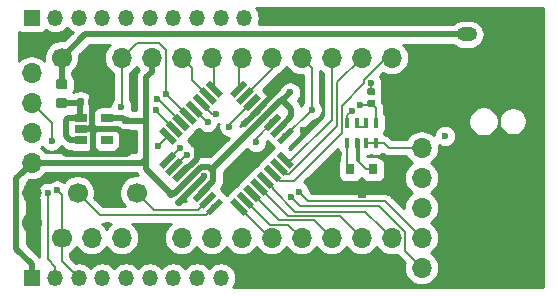
<source format=gtl>
G04 #@! TF.GenerationSoftware,KiCad,Pcbnew,(5.1.2)-1*
G04 #@! TF.CreationDate,2019-08-30T21:10:08+09:00*
G04 #@! TF.ProjectId,wii_controller,7769695f-636f-46e7-9472-6f6c6c65722e,rev?*
G04 #@! TF.SameCoordinates,PXdf378e0PY8bfaf60*
G04 #@! TF.FileFunction,Copper,L1,Top*
G04 #@! TF.FilePolarity,Positive*
%FSLAX46Y46*%
G04 Gerber Fmt 4.6, Leading zero omitted, Abs format (unit mm)*
G04 Created by KiCad (PCBNEW (5.1.2)-1) date 2019-08-30 21:10:08*
%MOMM*%
%LPD*%
G04 APERTURE LIST*
%ADD10R,0.400000X0.900000*%
%ADD11O,1.700000X1.700000*%
%ADD12R,1.700000X1.700000*%
%ADD13C,0.100000*%
%ADD14C,0.590000*%
%ADD15R,0.800000X0.900000*%
%ADD16C,0.875000*%
%ADD17C,1.200000*%
%ADD18O,1.750000X1.200000*%
%ADD19C,1.700000*%
%ADD20R,1.350000X1.350000*%
%ADD21O,1.350000X1.350000*%
%ADD22R,1.060000X0.650000*%
%ADD23C,0.550000*%
%ADD24C,0.600000*%
%ADD25C,0.500000*%
%ADD26C,0.160000*%
%ADD27C,0.200000*%
%ADD28C,0.254000*%
G04 APERTURE END LIST*
D10*
X29142082Y2122082D03*
X28342082Y2122082D03*
X27542082Y2122082D03*
X26742082Y2122082D03*
X29142082Y422082D03*
X26742082Y422082D03*
X28342082Y422082D03*
X27542082Y422082D03*
D11*
X33022082Y-10157918D03*
X33022082Y-7617918D03*
X33022082Y-5077918D03*
X33022082Y-2537918D03*
X33022082Y2082D03*
D12*
X33022082Y2542082D03*
D13*
G36*
X12520111Y-4210749D02*
G01*
X12534429Y-4212873D01*
X12548470Y-4216390D01*
X12562099Y-4221267D01*
X12575184Y-4227456D01*
X12587600Y-4234897D01*
X12599226Y-4243520D01*
X12609951Y-4253241D01*
X12818547Y-4461837D01*
X12828268Y-4472562D01*
X12836891Y-4484188D01*
X12844332Y-4496604D01*
X12850521Y-4509689D01*
X12855398Y-4523318D01*
X12858915Y-4537359D01*
X12861039Y-4551677D01*
X12861749Y-4566135D01*
X12861039Y-4580593D01*
X12858915Y-4594911D01*
X12855398Y-4608952D01*
X12850521Y-4622581D01*
X12844332Y-4635666D01*
X12836891Y-4648082D01*
X12828268Y-4659708D01*
X12818547Y-4670433D01*
X12574595Y-4914385D01*
X12563870Y-4924106D01*
X12552244Y-4932729D01*
X12539828Y-4940170D01*
X12526743Y-4946359D01*
X12513114Y-4951236D01*
X12499073Y-4954753D01*
X12484755Y-4956877D01*
X12470297Y-4957587D01*
X12455839Y-4956877D01*
X12441521Y-4954753D01*
X12427480Y-4951236D01*
X12413851Y-4946359D01*
X12400766Y-4940170D01*
X12388350Y-4932729D01*
X12376724Y-4924106D01*
X12365999Y-4914385D01*
X12157403Y-4705789D01*
X12147682Y-4695064D01*
X12139059Y-4683438D01*
X12131618Y-4671022D01*
X12125429Y-4657937D01*
X12120552Y-4644308D01*
X12117035Y-4630267D01*
X12114911Y-4615949D01*
X12114201Y-4601491D01*
X12114911Y-4587033D01*
X12117035Y-4572715D01*
X12120552Y-4558674D01*
X12125429Y-4545045D01*
X12131618Y-4531960D01*
X12139059Y-4519544D01*
X12147682Y-4507918D01*
X12157403Y-4497193D01*
X12401355Y-4253241D01*
X12412080Y-4243520D01*
X12423706Y-4234897D01*
X12436122Y-4227456D01*
X12449207Y-4221267D01*
X12462836Y-4216390D01*
X12476877Y-4212873D01*
X12491195Y-4210749D01*
X12505653Y-4210039D01*
X12520111Y-4210749D01*
X12520111Y-4210749D01*
G37*
D14*
X12487975Y-4583813D03*
D13*
G36*
X11834217Y-3524855D02*
G01*
X11848535Y-3526979D01*
X11862576Y-3530496D01*
X11876205Y-3535373D01*
X11889290Y-3541562D01*
X11901706Y-3549003D01*
X11913332Y-3557626D01*
X11924057Y-3567347D01*
X12132653Y-3775943D01*
X12142374Y-3786668D01*
X12150997Y-3798294D01*
X12158438Y-3810710D01*
X12164627Y-3823795D01*
X12169504Y-3837424D01*
X12173021Y-3851465D01*
X12175145Y-3865783D01*
X12175855Y-3880241D01*
X12175145Y-3894699D01*
X12173021Y-3909017D01*
X12169504Y-3923058D01*
X12164627Y-3936687D01*
X12158438Y-3949772D01*
X12150997Y-3962188D01*
X12142374Y-3973814D01*
X12132653Y-3984539D01*
X11888701Y-4228491D01*
X11877976Y-4238212D01*
X11866350Y-4246835D01*
X11853934Y-4254276D01*
X11840849Y-4260465D01*
X11827220Y-4265342D01*
X11813179Y-4268859D01*
X11798861Y-4270983D01*
X11784403Y-4271693D01*
X11769945Y-4270983D01*
X11755627Y-4268859D01*
X11741586Y-4265342D01*
X11727957Y-4260465D01*
X11714872Y-4254276D01*
X11702456Y-4246835D01*
X11690830Y-4238212D01*
X11680105Y-4228491D01*
X11471509Y-4019895D01*
X11461788Y-4009170D01*
X11453165Y-3997544D01*
X11445724Y-3985128D01*
X11439535Y-3972043D01*
X11434658Y-3958414D01*
X11431141Y-3944373D01*
X11429017Y-3930055D01*
X11428307Y-3915597D01*
X11429017Y-3901139D01*
X11431141Y-3886821D01*
X11434658Y-3872780D01*
X11439535Y-3859151D01*
X11445724Y-3846066D01*
X11453165Y-3833650D01*
X11461788Y-3822024D01*
X11471509Y-3811299D01*
X11715461Y-3567347D01*
X11726186Y-3557626D01*
X11737812Y-3549003D01*
X11750228Y-3541562D01*
X11763313Y-3535373D01*
X11776942Y-3530496D01*
X11790983Y-3526979D01*
X11805301Y-3524855D01*
X11819759Y-3524145D01*
X11834217Y-3524855D01*
X11834217Y-3524855D01*
G37*
D14*
X11802081Y-3897919D03*
D13*
G36*
X4294039Y4221372D02*
G01*
X4308357Y4219248D01*
X4322398Y4215731D01*
X4336027Y4210854D01*
X4349112Y4204665D01*
X4361528Y4197224D01*
X4373154Y4188601D01*
X4383879Y4178880D01*
X4393600Y4168155D01*
X4402223Y4156529D01*
X4409664Y4144113D01*
X4415853Y4131028D01*
X4420730Y4117399D01*
X4424247Y4103358D01*
X4426371Y4089040D01*
X4427081Y4074582D01*
X4427081Y3729582D01*
X4426371Y3715124D01*
X4424247Y3700806D01*
X4420730Y3686765D01*
X4415853Y3673136D01*
X4409664Y3660051D01*
X4402223Y3647635D01*
X4393600Y3636009D01*
X4383879Y3625284D01*
X4373154Y3615563D01*
X4361528Y3606940D01*
X4349112Y3599499D01*
X4336027Y3593310D01*
X4322398Y3588433D01*
X4308357Y3584916D01*
X4294039Y3582792D01*
X4279581Y3582082D01*
X3984581Y3582082D01*
X3970123Y3582792D01*
X3955805Y3584916D01*
X3941764Y3588433D01*
X3928135Y3593310D01*
X3915050Y3599499D01*
X3902634Y3606940D01*
X3891008Y3615563D01*
X3880283Y3625284D01*
X3870562Y3636009D01*
X3861939Y3647635D01*
X3854498Y3660051D01*
X3848309Y3673136D01*
X3843432Y3686765D01*
X3839915Y3700806D01*
X3837791Y3715124D01*
X3837081Y3729582D01*
X3837081Y4074582D01*
X3837791Y4089040D01*
X3839915Y4103358D01*
X3843432Y4117399D01*
X3848309Y4131028D01*
X3854498Y4144113D01*
X3861939Y4156529D01*
X3870562Y4168155D01*
X3880283Y4178880D01*
X3891008Y4188601D01*
X3902634Y4197224D01*
X3915050Y4204665D01*
X3928135Y4210854D01*
X3941764Y4215731D01*
X3955805Y4219248D01*
X3970123Y4221372D01*
X3984581Y4222082D01*
X4279581Y4222082D01*
X4294039Y4221372D01*
X4294039Y4221372D01*
G37*
D14*
X4132081Y3902082D03*
D13*
G36*
X5264039Y4221372D02*
G01*
X5278357Y4219248D01*
X5292398Y4215731D01*
X5306027Y4210854D01*
X5319112Y4204665D01*
X5331528Y4197224D01*
X5343154Y4188601D01*
X5353879Y4178880D01*
X5363600Y4168155D01*
X5372223Y4156529D01*
X5379664Y4144113D01*
X5385853Y4131028D01*
X5390730Y4117399D01*
X5394247Y4103358D01*
X5396371Y4089040D01*
X5397081Y4074582D01*
X5397081Y3729582D01*
X5396371Y3715124D01*
X5394247Y3700806D01*
X5390730Y3686765D01*
X5385853Y3673136D01*
X5379664Y3660051D01*
X5372223Y3647635D01*
X5363600Y3636009D01*
X5353879Y3625284D01*
X5343154Y3615563D01*
X5331528Y3606940D01*
X5319112Y3599499D01*
X5306027Y3593310D01*
X5292398Y3588433D01*
X5278357Y3584916D01*
X5264039Y3582792D01*
X5249581Y3582082D01*
X4954581Y3582082D01*
X4940123Y3582792D01*
X4925805Y3584916D01*
X4911764Y3588433D01*
X4898135Y3593310D01*
X4885050Y3599499D01*
X4872634Y3606940D01*
X4861008Y3615563D01*
X4850283Y3625284D01*
X4840562Y3636009D01*
X4831939Y3647635D01*
X4824498Y3660051D01*
X4818309Y3673136D01*
X4813432Y3686765D01*
X4809915Y3700806D01*
X4807791Y3715124D01*
X4807081Y3729582D01*
X4807081Y4074582D01*
X4807791Y4089040D01*
X4809915Y4103358D01*
X4813432Y4117399D01*
X4818309Y4131028D01*
X4824498Y4144113D01*
X4831939Y4156529D01*
X4840562Y4168155D01*
X4850283Y4178880D01*
X4861008Y4188601D01*
X4872634Y4197224D01*
X4885050Y4204665D01*
X4898135Y4210854D01*
X4911764Y4215731D01*
X4925805Y4219248D01*
X4940123Y4221372D01*
X4954581Y4222082D01*
X5249581Y4222082D01*
X5264039Y4221372D01*
X5264039Y4221372D01*
G37*
D14*
X5102081Y3902082D03*
D13*
G36*
X8189040Y1626371D02*
G01*
X8203358Y1624247D01*
X8217399Y1620730D01*
X8231028Y1615853D01*
X8244113Y1609664D01*
X8256529Y1602223D01*
X8268155Y1593600D01*
X8278880Y1583879D01*
X8288601Y1573154D01*
X8297224Y1561528D01*
X8304665Y1549112D01*
X8310854Y1536027D01*
X8315731Y1522398D01*
X8319248Y1508357D01*
X8321372Y1494039D01*
X8322082Y1479581D01*
X8322082Y1184581D01*
X8321372Y1170123D01*
X8319248Y1155805D01*
X8315731Y1141764D01*
X8310854Y1128135D01*
X8304665Y1115050D01*
X8297224Y1102634D01*
X8288601Y1091008D01*
X8278880Y1080283D01*
X8268155Y1070562D01*
X8256529Y1061939D01*
X8244113Y1054498D01*
X8231028Y1048309D01*
X8217399Y1043432D01*
X8203358Y1039915D01*
X8189040Y1037791D01*
X8174582Y1037081D01*
X7829582Y1037081D01*
X7815124Y1037791D01*
X7800806Y1039915D01*
X7786765Y1043432D01*
X7773136Y1048309D01*
X7760051Y1054498D01*
X7747635Y1061939D01*
X7736009Y1070562D01*
X7725284Y1080283D01*
X7715563Y1091008D01*
X7706940Y1102634D01*
X7699499Y1115050D01*
X7693310Y1128135D01*
X7688433Y1141764D01*
X7684916Y1155805D01*
X7682792Y1170123D01*
X7682082Y1184581D01*
X7682082Y1479581D01*
X7682792Y1494039D01*
X7684916Y1508357D01*
X7688433Y1522398D01*
X7693310Y1536027D01*
X7699499Y1549112D01*
X7706940Y1561528D01*
X7715563Y1573154D01*
X7725284Y1583879D01*
X7736009Y1593600D01*
X7747635Y1602223D01*
X7760051Y1609664D01*
X7773136Y1615853D01*
X7786765Y1620730D01*
X7800806Y1624247D01*
X7815124Y1626371D01*
X7829582Y1627081D01*
X8174582Y1627081D01*
X8189040Y1626371D01*
X8189040Y1626371D01*
G37*
D14*
X8002082Y1332081D03*
D13*
G36*
X8189040Y2596371D02*
G01*
X8203358Y2594247D01*
X8217399Y2590730D01*
X8231028Y2585853D01*
X8244113Y2579664D01*
X8256529Y2572223D01*
X8268155Y2563600D01*
X8278880Y2553879D01*
X8288601Y2543154D01*
X8297224Y2531528D01*
X8304665Y2519112D01*
X8310854Y2506027D01*
X8315731Y2492398D01*
X8319248Y2478357D01*
X8321372Y2464039D01*
X8322082Y2449581D01*
X8322082Y2154581D01*
X8321372Y2140123D01*
X8319248Y2125805D01*
X8315731Y2111764D01*
X8310854Y2098135D01*
X8304665Y2085050D01*
X8297224Y2072634D01*
X8288601Y2061008D01*
X8278880Y2050283D01*
X8268155Y2040562D01*
X8256529Y2031939D01*
X8244113Y2024498D01*
X8231028Y2018309D01*
X8217399Y2013432D01*
X8203358Y2009915D01*
X8189040Y2007791D01*
X8174582Y2007081D01*
X7829582Y2007081D01*
X7815124Y2007791D01*
X7800806Y2009915D01*
X7786765Y2013432D01*
X7773136Y2018309D01*
X7760051Y2024498D01*
X7747635Y2031939D01*
X7736009Y2040562D01*
X7725284Y2050283D01*
X7715563Y2061008D01*
X7706940Y2072634D01*
X7699499Y2085050D01*
X7693310Y2098135D01*
X7688433Y2111764D01*
X7684916Y2125805D01*
X7682792Y2140123D01*
X7682082Y2154581D01*
X7682082Y2449581D01*
X7682792Y2464039D01*
X7684916Y2478357D01*
X7688433Y2492398D01*
X7693310Y2506027D01*
X7699499Y2519112D01*
X7706940Y2531528D01*
X7715563Y2543154D01*
X7725284Y2553879D01*
X7736009Y2563600D01*
X7747635Y2572223D01*
X7760051Y2579664D01*
X7773136Y2585853D01*
X7786765Y2590730D01*
X7800806Y2594247D01*
X7815124Y2596371D01*
X7829582Y2597081D01*
X8174582Y2597081D01*
X8189040Y2596371D01*
X8189040Y2596371D01*
G37*
D14*
X8002082Y2302081D03*
D13*
G36*
X20591270Y5118092D02*
G01*
X20605588Y5115968D01*
X20619629Y5112451D01*
X20633258Y5107574D01*
X20646343Y5101385D01*
X20658759Y5093944D01*
X20670385Y5085321D01*
X20681110Y5075600D01*
X20889706Y4867004D01*
X20899427Y4856279D01*
X20908050Y4844653D01*
X20915491Y4832237D01*
X20921680Y4819152D01*
X20926557Y4805523D01*
X20930074Y4791482D01*
X20932198Y4777164D01*
X20932908Y4762706D01*
X20932198Y4748248D01*
X20930074Y4733930D01*
X20926557Y4719889D01*
X20921680Y4706260D01*
X20915491Y4693175D01*
X20908050Y4680759D01*
X20899427Y4669133D01*
X20889706Y4658408D01*
X20645754Y4414456D01*
X20635029Y4404735D01*
X20623403Y4396112D01*
X20610987Y4388671D01*
X20597902Y4382482D01*
X20584273Y4377605D01*
X20570232Y4374088D01*
X20555914Y4371964D01*
X20541456Y4371254D01*
X20526998Y4371964D01*
X20512680Y4374088D01*
X20498639Y4377605D01*
X20485010Y4382482D01*
X20471925Y4388671D01*
X20459509Y4396112D01*
X20447883Y4404735D01*
X20437158Y4414456D01*
X20228562Y4623052D01*
X20218841Y4633777D01*
X20210218Y4645403D01*
X20202777Y4657819D01*
X20196588Y4670904D01*
X20191711Y4684533D01*
X20188194Y4698574D01*
X20186070Y4712892D01*
X20185360Y4727350D01*
X20186070Y4741808D01*
X20188194Y4756126D01*
X20191711Y4770167D01*
X20196588Y4783796D01*
X20202777Y4796881D01*
X20210218Y4809297D01*
X20218841Y4820923D01*
X20228562Y4831648D01*
X20472514Y5075600D01*
X20483239Y5085321D01*
X20494865Y5093944D01*
X20507281Y5101385D01*
X20520366Y5107574D01*
X20533995Y5112451D01*
X20548036Y5115968D01*
X20562354Y5118092D01*
X20576812Y5118802D01*
X20591270Y5118092D01*
X20591270Y5118092D01*
G37*
D14*
X20559134Y4745028D03*
D13*
G36*
X21277164Y4432198D02*
G01*
X21291482Y4430074D01*
X21305523Y4426557D01*
X21319152Y4421680D01*
X21332237Y4415491D01*
X21344653Y4408050D01*
X21356279Y4399427D01*
X21367004Y4389706D01*
X21575600Y4181110D01*
X21585321Y4170385D01*
X21593944Y4158759D01*
X21601385Y4146343D01*
X21607574Y4133258D01*
X21612451Y4119629D01*
X21615968Y4105588D01*
X21618092Y4091270D01*
X21618802Y4076812D01*
X21618092Y4062354D01*
X21615968Y4048036D01*
X21612451Y4033995D01*
X21607574Y4020366D01*
X21601385Y4007281D01*
X21593944Y3994865D01*
X21585321Y3983239D01*
X21575600Y3972514D01*
X21331648Y3728562D01*
X21320923Y3718841D01*
X21309297Y3710218D01*
X21296881Y3702777D01*
X21283796Y3696588D01*
X21270167Y3691711D01*
X21256126Y3688194D01*
X21241808Y3686070D01*
X21227350Y3685360D01*
X21212892Y3686070D01*
X21198574Y3688194D01*
X21184533Y3691711D01*
X21170904Y3696588D01*
X21157819Y3702777D01*
X21145403Y3710218D01*
X21133777Y3718841D01*
X21123052Y3728562D01*
X20914456Y3937158D01*
X20904735Y3947883D01*
X20896112Y3959509D01*
X20888671Y3971925D01*
X20882482Y3985010D01*
X20877605Y3998639D01*
X20874088Y4012680D01*
X20871964Y4026998D01*
X20871254Y4041456D01*
X20871964Y4055914D01*
X20874088Y4070232D01*
X20877605Y4084273D01*
X20882482Y4097902D01*
X20888671Y4110987D01*
X20896112Y4123403D01*
X20904735Y4135029D01*
X20914456Y4145754D01*
X21158408Y4389706D01*
X21169133Y4399427D01*
X21180759Y4408050D01*
X21193175Y4415491D01*
X21206260Y4421680D01*
X21219889Y4426557D01*
X21233930Y4430074D01*
X21248248Y4432198D01*
X21262706Y4432908D01*
X21277164Y4432198D01*
X21277164Y4432198D01*
G37*
D14*
X21245028Y4059134D03*
D13*
G36*
X28936958Y5044290D02*
G01*
X28951276Y5042166D01*
X28965317Y5038649D01*
X28978946Y5033772D01*
X28992031Y5027583D01*
X29004447Y5020142D01*
X29016073Y5011519D01*
X29026798Y5001798D01*
X29036519Y4991073D01*
X29045142Y4979447D01*
X29052583Y4967031D01*
X29058772Y4953946D01*
X29063649Y4940317D01*
X29067166Y4926276D01*
X29069290Y4911958D01*
X29070000Y4897500D01*
X29070000Y4602500D01*
X29069290Y4588042D01*
X29067166Y4573724D01*
X29063649Y4559683D01*
X29058772Y4546054D01*
X29052583Y4532969D01*
X29045142Y4520553D01*
X29036519Y4508927D01*
X29026798Y4498202D01*
X29016073Y4488481D01*
X29004447Y4479858D01*
X28992031Y4472417D01*
X28978946Y4466228D01*
X28965317Y4461351D01*
X28951276Y4457834D01*
X28936958Y4455710D01*
X28922500Y4455000D01*
X28577500Y4455000D01*
X28563042Y4455710D01*
X28548724Y4457834D01*
X28534683Y4461351D01*
X28521054Y4466228D01*
X28507969Y4472417D01*
X28495553Y4479858D01*
X28483927Y4488481D01*
X28473202Y4498202D01*
X28463481Y4508927D01*
X28454858Y4520553D01*
X28447417Y4532969D01*
X28441228Y4546054D01*
X28436351Y4559683D01*
X28432834Y4573724D01*
X28430710Y4588042D01*
X28430000Y4602500D01*
X28430000Y4897500D01*
X28430710Y4911958D01*
X28432834Y4926276D01*
X28436351Y4940317D01*
X28441228Y4953946D01*
X28447417Y4967031D01*
X28454858Y4979447D01*
X28463481Y4991073D01*
X28473202Y5001798D01*
X28483927Y5011519D01*
X28495553Y5020142D01*
X28507969Y5027583D01*
X28521054Y5033772D01*
X28534683Y5038649D01*
X28548724Y5042166D01*
X28563042Y5044290D01*
X28577500Y5045000D01*
X28922500Y5045000D01*
X28936958Y5044290D01*
X28936958Y5044290D01*
G37*
D14*
X28750000Y4750000D03*
D13*
G36*
X28936958Y4074290D02*
G01*
X28951276Y4072166D01*
X28965317Y4068649D01*
X28978946Y4063772D01*
X28992031Y4057583D01*
X29004447Y4050142D01*
X29016073Y4041519D01*
X29026798Y4031798D01*
X29036519Y4021073D01*
X29045142Y4009447D01*
X29052583Y3997031D01*
X29058772Y3983946D01*
X29063649Y3970317D01*
X29067166Y3956276D01*
X29069290Y3941958D01*
X29070000Y3927500D01*
X29070000Y3632500D01*
X29069290Y3618042D01*
X29067166Y3603724D01*
X29063649Y3589683D01*
X29058772Y3576054D01*
X29052583Y3562969D01*
X29045142Y3550553D01*
X29036519Y3538927D01*
X29026798Y3528202D01*
X29016073Y3518481D01*
X29004447Y3509858D01*
X28992031Y3502417D01*
X28978946Y3496228D01*
X28965317Y3491351D01*
X28951276Y3487834D01*
X28936958Y3485710D01*
X28922500Y3485000D01*
X28577500Y3485000D01*
X28563042Y3485710D01*
X28548724Y3487834D01*
X28534683Y3491351D01*
X28521054Y3496228D01*
X28507969Y3502417D01*
X28495553Y3509858D01*
X28483927Y3518481D01*
X28473202Y3528202D01*
X28463481Y3538927D01*
X28454858Y3550553D01*
X28447417Y3562969D01*
X28441228Y3576054D01*
X28436351Y3589683D01*
X28432834Y3603724D01*
X28430710Y3618042D01*
X28430000Y3632500D01*
X28430000Y3927500D01*
X28430710Y3941958D01*
X28432834Y3956276D01*
X28436351Y3970317D01*
X28441228Y3983946D01*
X28447417Y3997031D01*
X28454858Y4009447D01*
X28463481Y4021073D01*
X28473202Y4031798D01*
X28483927Y4041519D01*
X28495553Y4050142D01*
X28507969Y4057583D01*
X28521054Y4063772D01*
X28534683Y4068649D01*
X28548724Y4072166D01*
X28563042Y4074290D01*
X28577500Y4075000D01*
X28922500Y4075000D01*
X28936958Y4074290D01*
X28936958Y4074290D01*
G37*
D14*
X28750000Y3780000D03*
D15*
X28892082Y-1807919D03*
X26992082Y-1807919D03*
X27942082Y-3807919D03*
D13*
G36*
X2819772Y5823530D02*
G01*
X2841007Y5820380D01*
X2861831Y5815164D01*
X2882043Y5807932D01*
X2901449Y5798753D01*
X2919862Y5787717D01*
X2937105Y5774929D01*
X2953011Y5760513D01*
X2967427Y5744607D01*
X2980215Y5727364D01*
X2991251Y5708951D01*
X3000430Y5689545D01*
X3007662Y5669333D01*
X3012878Y5648509D01*
X3016028Y5627274D01*
X3017081Y5605833D01*
X3017081Y5168333D01*
X3016028Y5146892D01*
X3012878Y5125657D01*
X3007662Y5104833D01*
X3000430Y5084621D01*
X2991251Y5065215D01*
X2980215Y5046802D01*
X2967427Y5029559D01*
X2953011Y5013653D01*
X2937105Y4999237D01*
X2919862Y4986449D01*
X2901449Y4975413D01*
X2882043Y4966234D01*
X2861831Y4959002D01*
X2841007Y4953786D01*
X2819772Y4950636D01*
X2798331Y4949583D01*
X2285831Y4949583D01*
X2264390Y4950636D01*
X2243155Y4953786D01*
X2222331Y4959002D01*
X2202119Y4966234D01*
X2182713Y4975413D01*
X2164300Y4986449D01*
X2147057Y4999237D01*
X2131151Y5013653D01*
X2116735Y5029559D01*
X2103947Y5046802D01*
X2092911Y5065215D01*
X2083732Y5084621D01*
X2076500Y5104833D01*
X2071284Y5125657D01*
X2068134Y5146892D01*
X2067081Y5168333D01*
X2067081Y5605833D01*
X2068134Y5627274D01*
X2071284Y5648509D01*
X2076500Y5669333D01*
X2083732Y5689545D01*
X2092911Y5708951D01*
X2103947Y5727364D01*
X2116735Y5744607D01*
X2131151Y5760513D01*
X2147057Y5774929D01*
X2164300Y5787717D01*
X2182713Y5798753D01*
X2202119Y5807932D01*
X2222331Y5815164D01*
X2243155Y5820380D01*
X2264390Y5823530D01*
X2285831Y5824583D01*
X2798331Y5824583D01*
X2819772Y5823530D01*
X2819772Y5823530D01*
G37*
D16*
X2542081Y5387083D03*
D13*
G36*
X2819772Y4248530D02*
G01*
X2841007Y4245380D01*
X2861831Y4240164D01*
X2882043Y4232932D01*
X2901449Y4223753D01*
X2919862Y4212717D01*
X2937105Y4199929D01*
X2953011Y4185513D01*
X2967427Y4169607D01*
X2980215Y4152364D01*
X2991251Y4133951D01*
X3000430Y4114545D01*
X3007662Y4094333D01*
X3012878Y4073509D01*
X3016028Y4052274D01*
X3017081Y4030833D01*
X3017081Y3593333D01*
X3016028Y3571892D01*
X3012878Y3550657D01*
X3007662Y3529833D01*
X3000430Y3509621D01*
X2991251Y3490215D01*
X2980215Y3471802D01*
X2967427Y3454559D01*
X2953011Y3438653D01*
X2937105Y3424237D01*
X2919862Y3411449D01*
X2901449Y3400413D01*
X2882043Y3391234D01*
X2861831Y3384002D01*
X2841007Y3378786D01*
X2819772Y3375636D01*
X2798331Y3374583D01*
X2285831Y3374583D01*
X2264390Y3375636D01*
X2243155Y3378786D01*
X2222331Y3384002D01*
X2202119Y3391234D01*
X2182713Y3400413D01*
X2164300Y3411449D01*
X2147057Y3424237D01*
X2131151Y3438653D01*
X2116735Y3454559D01*
X2103947Y3471802D01*
X2092911Y3490215D01*
X2083732Y3509621D01*
X2076500Y3529833D01*
X2071284Y3550657D01*
X2068134Y3571892D01*
X2067081Y3593333D01*
X2067081Y4030833D01*
X2068134Y4052274D01*
X2071284Y4073509D01*
X2076500Y4094333D01*
X2083732Y4114545D01*
X2092911Y4133951D01*
X2103947Y4152364D01*
X2116735Y4169607D01*
X2131151Y4185513D01*
X2147057Y4199929D01*
X2164300Y4212717D01*
X2182713Y4223753D01*
X2202119Y4232932D01*
X2222331Y4240164D01*
X2243155Y4245380D01*
X2264390Y4248530D01*
X2285831Y4249583D01*
X2798331Y4249583D01*
X2819772Y4248530D01*
X2819772Y4248530D01*
G37*
D16*
X2542081Y3812083D03*
D13*
G36*
X37481586Y8220878D02*
G01*
X37505854Y8217278D01*
X37529653Y8211317D01*
X37552752Y8203052D01*
X37574931Y8192562D01*
X37595974Y8179950D01*
X37615680Y8165335D01*
X37633858Y8148859D01*
X37650334Y8130681D01*
X37664949Y8110975D01*
X37677561Y8089932D01*
X37688051Y8067753D01*
X37696316Y8044654D01*
X37702277Y8020855D01*
X37705877Y7996587D01*
X37707081Y7972083D01*
X37707081Y7272081D01*
X37705877Y7247577D01*
X37702277Y7223309D01*
X37696316Y7199510D01*
X37688051Y7176411D01*
X37677561Y7154232D01*
X37664949Y7133189D01*
X37650334Y7113483D01*
X37633858Y7095305D01*
X37615680Y7078829D01*
X37595974Y7064214D01*
X37574931Y7051602D01*
X37552752Y7041112D01*
X37529653Y7032847D01*
X37505854Y7026886D01*
X37481586Y7023286D01*
X37457082Y7022082D01*
X36207080Y7022082D01*
X36182576Y7023286D01*
X36158308Y7026886D01*
X36134509Y7032847D01*
X36111410Y7041112D01*
X36089231Y7051602D01*
X36068188Y7064214D01*
X36048482Y7078829D01*
X36030304Y7095305D01*
X36013828Y7113483D01*
X35999213Y7133189D01*
X35986601Y7154232D01*
X35976111Y7176411D01*
X35967846Y7199510D01*
X35961885Y7223309D01*
X35958285Y7247577D01*
X35957081Y7272081D01*
X35957081Y7972083D01*
X35958285Y7996587D01*
X35961885Y8020855D01*
X35967846Y8044654D01*
X35976111Y8067753D01*
X35986601Y8089932D01*
X35999213Y8110975D01*
X36013828Y8130681D01*
X36030304Y8148859D01*
X36048482Y8165335D01*
X36068188Y8179950D01*
X36089231Y8192562D01*
X36111410Y8203052D01*
X36134509Y8211317D01*
X36158308Y8217278D01*
X36182576Y8220878D01*
X36207080Y8222082D01*
X37457082Y8222082D01*
X37481586Y8220878D01*
X37481586Y8220878D01*
G37*
D17*
X36832081Y7622082D03*
D18*
X36832081Y9622082D03*
D19*
X2082Y-6347918D03*
D11*
X2082Y-3807918D03*
X2082Y-1267918D03*
X2082Y1272082D03*
X2082Y3812082D03*
X2082Y6352082D03*
D19*
X2542081Y-7617919D03*
D11*
X5082081Y-7617919D03*
X7622081Y-7617919D03*
X10162081Y-7617919D03*
X12702081Y-7617919D03*
X15242081Y-7617919D03*
X17782081Y-7617919D03*
X20322081Y-7617919D03*
X22862081Y-7617919D03*
X25402081Y-7617919D03*
X27942081Y-7617919D03*
X30482081Y-7617919D03*
X30482082Y7622082D03*
X27942082Y7622082D03*
X25402082Y7622082D03*
X22862082Y7622082D03*
X20322082Y7622082D03*
X17782082Y7622082D03*
X15242082Y7622082D03*
X12702082Y7622082D03*
X10162082Y7622082D03*
X7622082Y7622082D03*
X5082082Y7622082D03*
D19*
X2542082Y7622082D03*
D20*
X2082Y-10997919D03*
D21*
X2002082Y-10997919D03*
X4002082Y-10997919D03*
X6002082Y-10997919D03*
X8002082Y-10997919D03*
X10002082Y-10997919D03*
X12002082Y-10997919D03*
X14002082Y-10997919D03*
X16002082Y-10997919D03*
X18002082Y-10997919D03*
X18002082Y11002081D03*
X16002082Y11002081D03*
X14002082Y11002081D03*
X12002082Y11002081D03*
X10002082Y11002081D03*
X8002082Y11002081D03*
X6002082Y11002081D03*
X4002082Y11002081D03*
X2002082Y11002081D03*
D20*
X2082Y11002081D03*
D22*
X4152082Y2542081D03*
X4152082Y1592081D03*
X4152082Y642081D03*
X6352082Y642081D03*
X6352082Y2542081D03*
D23*
X11526979Y-1023223D03*
D13*
G36*
X11155748Y-1783363D02*
G01*
X10766839Y-1394454D01*
X11898210Y-263083D01*
X12287119Y-651992D01*
X11155748Y-1783363D01*
X11155748Y-1783363D01*
G37*
D23*
X12092665Y-1588908D03*
D13*
G36*
X11721434Y-2349048D02*
G01*
X11332525Y-1960139D01*
X12463896Y-828768D01*
X12852805Y-1217677D01*
X11721434Y-2349048D01*
X11721434Y-2349048D01*
G37*
D23*
X12658350Y-2154594D03*
D13*
G36*
X12287119Y-2914734D02*
G01*
X11898210Y-2525825D01*
X13029581Y-1394454D01*
X13418490Y-1783363D01*
X12287119Y-2914734D01*
X12287119Y-2914734D01*
G37*
D23*
X13224035Y-2720279D03*
D13*
G36*
X12852804Y-3480419D02*
G01*
X12463895Y-3091510D01*
X13595266Y-1960139D01*
X13984175Y-2349048D01*
X12852804Y-3480419D01*
X12852804Y-3480419D01*
G37*
D23*
X13789721Y-3285965D03*
D13*
G36*
X13418490Y-4046105D02*
G01*
X13029581Y-3657196D01*
X14160952Y-2525825D01*
X14549861Y-2914734D01*
X13418490Y-4046105D01*
X13418490Y-4046105D01*
G37*
D23*
X14355406Y-3851650D03*
D13*
G36*
X13984175Y-4611790D02*
G01*
X13595266Y-4222881D01*
X14726637Y-3091510D01*
X15115546Y-3480419D01*
X13984175Y-4611790D01*
X13984175Y-4611790D01*
G37*
D23*
X14921092Y-4417335D03*
D13*
G36*
X14549861Y-5177475D02*
G01*
X14160952Y-4788566D01*
X15292323Y-3657195D01*
X15681232Y-4046104D01*
X14549861Y-5177475D01*
X14549861Y-5177475D01*
G37*
D23*
X15486777Y-4983021D03*
D13*
G36*
X15115546Y-5743161D02*
G01*
X14726637Y-5354252D01*
X15858008Y-4222881D01*
X16246917Y-4611790D01*
X15115546Y-5743161D01*
X15115546Y-5743161D01*
G37*
D23*
X17537387Y-4983021D03*
D13*
G36*
X18297527Y-5354252D02*
G01*
X17908618Y-5743161D01*
X16777247Y-4611790D01*
X17166156Y-4222881D01*
X18297527Y-5354252D01*
X18297527Y-5354252D01*
G37*
D23*
X18103072Y-4417335D03*
D13*
G36*
X18863212Y-4788566D02*
G01*
X18474303Y-5177475D01*
X17342932Y-4046104D01*
X17731841Y-3657195D01*
X18863212Y-4788566D01*
X18863212Y-4788566D01*
G37*
D23*
X18668758Y-3851650D03*
D13*
G36*
X19428898Y-4222881D02*
G01*
X19039989Y-4611790D01*
X17908618Y-3480419D01*
X18297527Y-3091510D01*
X19428898Y-4222881D01*
X19428898Y-4222881D01*
G37*
D23*
X19234443Y-3285965D03*
D13*
G36*
X19994583Y-3657196D02*
G01*
X19605674Y-4046105D01*
X18474303Y-2914734D01*
X18863212Y-2525825D01*
X19994583Y-3657196D01*
X19994583Y-3657196D01*
G37*
D23*
X19800129Y-2720279D03*
D13*
G36*
X20560269Y-3091510D02*
G01*
X20171360Y-3480419D01*
X19039989Y-2349048D01*
X19428898Y-1960139D01*
X20560269Y-3091510D01*
X20560269Y-3091510D01*
G37*
D23*
X20365814Y-2154594D03*
D13*
G36*
X21125954Y-2525825D02*
G01*
X20737045Y-2914734D01*
X19605674Y-1783363D01*
X19994583Y-1394454D01*
X21125954Y-2525825D01*
X21125954Y-2525825D01*
G37*
D23*
X20931499Y-1588908D03*
D13*
G36*
X21691639Y-1960139D02*
G01*
X21302730Y-2349048D01*
X20171359Y-1217677D01*
X20560268Y-828768D01*
X21691639Y-1960139D01*
X21691639Y-1960139D01*
G37*
D23*
X21497185Y-1023223D03*
D13*
G36*
X22257325Y-1394454D02*
G01*
X21868416Y-1783363D01*
X20737045Y-651992D01*
X21125954Y-263083D01*
X22257325Y-1394454D01*
X22257325Y-1394454D01*
G37*
D23*
X21497185Y1027387D03*
D13*
G36*
X21125954Y267247D02*
G01*
X20737045Y656156D01*
X21868416Y1787527D01*
X22257325Y1398618D01*
X21125954Y267247D01*
X21125954Y267247D01*
G37*
D23*
X20931499Y1593072D03*
D13*
G36*
X20560268Y832932D02*
G01*
X20171359Y1221841D01*
X21302730Y2353212D01*
X21691639Y1964303D01*
X20560268Y832932D01*
X20560268Y832932D01*
G37*
D23*
X20365814Y2158758D03*
D13*
G36*
X19994583Y1398618D02*
G01*
X19605674Y1787527D01*
X20737045Y2918898D01*
X21125954Y2529989D01*
X19994583Y1398618D01*
X19994583Y1398618D01*
G37*
D23*
X19800129Y2724443D03*
D13*
G36*
X19428898Y1964303D02*
G01*
X19039989Y2353212D01*
X20171360Y3484583D01*
X20560269Y3095674D01*
X19428898Y1964303D01*
X19428898Y1964303D01*
G37*
D23*
X19234443Y3290129D03*
D13*
G36*
X18863212Y2529989D02*
G01*
X18474303Y2918898D01*
X19605674Y4050269D01*
X19994583Y3661360D01*
X18863212Y2529989D01*
X18863212Y2529989D01*
G37*
D23*
X18668758Y3855814D03*
D13*
G36*
X18297527Y3095674D02*
G01*
X17908618Y3484583D01*
X19039989Y4615954D01*
X19428898Y4227045D01*
X18297527Y3095674D01*
X18297527Y3095674D01*
G37*
D23*
X18103072Y4421499D03*
D13*
G36*
X17731841Y3661359D02*
G01*
X17342932Y4050268D01*
X18474303Y5181639D01*
X18863212Y4792730D01*
X17731841Y3661359D01*
X17731841Y3661359D01*
G37*
D23*
X17537387Y4987185D03*
D13*
G36*
X17166156Y4227045D02*
G01*
X16777247Y4615954D01*
X17908618Y5747325D01*
X18297527Y5358416D01*
X17166156Y4227045D01*
X17166156Y4227045D01*
G37*
D23*
X15486777Y4987185D03*
D13*
G36*
X16246917Y4615954D02*
G01*
X15858008Y4227045D01*
X14726637Y5358416D01*
X15115546Y5747325D01*
X16246917Y4615954D01*
X16246917Y4615954D01*
G37*
D23*
X14921092Y4421499D03*
D13*
G36*
X15681232Y4050268D02*
G01*
X15292323Y3661359D01*
X14160952Y4792730D01*
X14549861Y5181639D01*
X15681232Y4050268D01*
X15681232Y4050268D01*
G37*
D23*
X14355406Y3855814D03*
D13*
G36*
X15115546Y3484583D02*
G01*
X14726637Y3095674D01*
X13595266Y4227045D01*
X13984175Y4615954D01*
X15115546Y3484583D01*
X15115546Y3484583D01*
G37*
D23*
X13789721Y3290129D03*
D13*
G36*
X14549861Y2918898D02*
G01*
X14160952Y2529989D01*
X13029581Y3661360D01*
X13418490Y4050269D01*
X14549861Y2918898D01*
X14549861Y2918898D01*
G37*
D23*
X13224035Y2724443D03*
D13*
G36*
X13984175Y2353212D02*
G01*
X13595266Y1964303D01*
X12463895Y3095674D01*
X12852804Y3484583D01*
X13984175Y2353212D01*
X13984175Y2353212D01*
G37*
D23*
X12658350Y2158758D03*
D13*
G36*
X13418490Y1787527D02*
G01*
X13029581Y1398618D01*
X11898210Y2529989D01*
X12287119Y2918898D01*
X13418490Y1787527D01*
X13418490Y1787527D01*
G37*
D23*
X12092665Y1593072D03*
D13*
G36*
X12852805Y1221841D02*
G01*
X12463896Y832932D01*
X11332525Y1964303D01*
X11721434Y2353212D01*
X12852805Y1221841D01*
X12852805Y1221841D01*
G37*
D23*
X11526979Y1027387D03*
D13*
G36*
X12287119Y656156D02*
G01*
X11898210Y267247D01*
X10766839Y1398618D01*
X11155748Y1787527D01*
X12287119Y656156D01*
X12287119Y656156D01*
G37*
D19*
X3892081Y-3807918D03*
X6392081Y-3807918D03*
X8892081Y-3807918D03*
D24*
X102081Y-8297918D03*
X42002081Y11002082D03*
X42002082Y-10997919D03*
X42002081Y-8997919D03*
X42002081Y-6997918D03*
X42002082Y-4997918D03*
X42002081Y-2997918D03*
X42002082Y-997918D03*
X42002081Y1002081D03*
X42002082Y3002081D03*
X42002081Y5002081D03*
X42002081Y7002082D03*
X42002082Y9002082D03*
X24002081Y-2997918D03*
X31002081Y-3997918D03*
X31002081Y-997918D03*
X30002082Y5002081D03*
X35002081Y-10997919D03*
X35002081Y-8997918D03*
X35002082Y-6997918D03*
X35002081Y-4997918D03*
X35002082Y-2997918D03*
X35002081Y-997918D03*
X35002082Y1002081D03*
X35002081Y3002081D03*
X35002082Y5002081D03*
X35002081Y7002081D03*
X33002081Y7002082D03*
X33002081Y5002081D03*
X20002082Y-10997918D03*
X22002081Y-10997919D03*
X24002081Y-10997918D03*
X26002081Y-10997919D03*
X28002082Y-10997919D03*
X30002082Y-10997918D03*
X20002082Y11002082D03*
X22002081Y11002081D03*
X24002081Y11002082D03*
X26002082Y11002082D03*
X28002081Y11002082D03*
X30002082Y11002082D03*
X32002082Y11002081D03*
X34002082Y11002082D03*
X36002082Y11002081D03*
X38002081Y11002082D03*
X40002082Y11002082D03*
X40002081Y9002082D03*
X40002081Y7002081D03*
X40002081Y5002082D03*
X38002081Y5002081D03*
X38002082Y-997918D03*
X40002081Y-997918D03*
X40002082Y-2997918D03*
X38002081Y-2997918D03*
X38002081Y-4997919D03*
X38002081Y-6997918D03*
X38002081Y-8997919D03*
X38002081Y-10997918D03*
X40002081Y-10997919D03*
X40002081Y-8997918D03*
X40002081Y-6997919D03*
X40002081Y-4997918D03*
X14002082Y2082D03*
X17002081Y-1997919D03*
X18002082Y2002081D03*
X23002082Y1502082D03*
X20002082Y2081D03*
X6502082Y-497919D03*
X6502082Y-6497918D03*
X16502081Y-2997918D03*
X26002081Y-3497919D03*
X26002082Y-497918D03*
X-497918Y9002081D03*
X6002081Y3802081D03*
X14604576Y-2400414D03*
X8702081Y3502082D03*
X8502081Y-97918D03*
X3802081Y-9297919D03*
X6302081Y-9197918D03*
X9002082Y-9197919D03*
X11302082Y-9197918D03*
X13802082Y-9197918D03*
X16502081Y-9197918D03*
X18902081Y-9197919D03*
X21502081Y-9297919D03*
X24102082Y-9197918D03*
X26602082Y-9197918D03*
X29202082Y-9197919D03*
X2602082Y-197918D03*
X29750000Y-750000D03*
X21902082Y4702081D03*
X28750000Y5499998D03*
X7602082Y3502082D03*
X27770610Y3652073D03*
X11402085Y4546391D03*
X10602080Y4102081D03*
X1352052Y-3796670D03*
X1702082Y602081D03*
X10552092Y3242867D03*
X2142521Y-3605307D03*
X21936432Y-4141685D03*
X16748189Y1808866D03*
X22602081Y-3697918D03*
X19002090Y502082D03*
X14902082Y2202082D03*
X15602081Y2902082D03*
X10702082Y202082D03*
X12587299Y14470D03*
X13182092Y-597919D03*
X23712081Y3242283D03*
X27143313Y3155566D03*
D25*
X2082Y-6347918D02*
X2082Y-3807918D01*
X5082082Y6420000D02*
X5082082Y7622082D01*
X5132083Y6369999D02*
X5082082Y6420000D01*
X5132083Y1857081D02*
X5132083Y6369999D01*
X4867083Y1592081D02*
X5132083Y1857081D01*
X4152081Y1592082D02*
X4867083Y1592081D01*
X5182082Y1592082D02*
X4152081Y1592082D01*
X7322081Y1592081D02*
X5182082Y1592082D01*
X7582081Y1332082D02*
X7322081Y1592081D01*
X8002081Y1332082D02*
X7582081Y1332082D01*
X12491874Y-4583812D02*
X13789720Y-3285965D01*
X12487975Y-4583813D02*
X12491874Y-4583812D01*
X14002082Y-916912D02*
X14002082Y2082D01*
X13400794Y-1518200D02*
X14002082Y-916912D01*
X12658349Y-2154595D02*
X13294744Y-1518199D01*
X13294744Y-1518199D02*
X13400794Y-1518200D01*
X19234443Y3290128D02*
X19234443Y3234442D01*
X19234443Y3234442D02*
X18002082Y2002081D01*
X20559135Y4614820D02*
X20559135Y4745028D01*
X19234443Y3290128D02*
X20559135Y4614820D01*
X13789720Y-3285965D02*
X14604576Y-2471109D01*
X14604576Y-2471109D02*
X14604576Y-2400414D01*
X5302081Y-497918D02*
X6502082Y-497919D01*
X5202081Y-397919D02*
X5302081Y-497918D01*
X5182082Y1592082D02*
X5202082Y1572082D01*
X5202082Y1572082D02*
X5202081Y-397919D01*
X8102081Y-497918D02*
X8502081Y-97918D01*
X6502082Y-497919D02*
X8102081Y-497918D01*
X2902081Y-497918D02*
X2602082Y-197918D01*
X6502082Y-497919D02*
X2902081Y-497918D01*
X7762082Y2542082D02*
X8002082Y2302082D01*
X6352082Y2542082D02*
X7762082Y2542082D01*
X12046396Y-3897919D02*
X13224035Y-2720280D01*
X11802082Y-3897919D02*
X12046396Y-3897919D01*
X21134820Y4059135D02*
X19800128Y2724443D01*
X21245028Y4059135D02*
X21134820Y4059135D01*
X20931498Y1593071D02*
X22002081Y2663654D01*
X22002081Y3302081D02*
X21245028Y4059135D01*
X22002081Y2663654D02*
X22002081Y3302081D01*
X21245028Y4059135D02*
X21259135Y4059135D01*
X21259135Y4059135D02*
X21902082Y4702081D01*
X-847917Y-2117918D02*
X2082Y-1267919D01*
X-1297919Y-2567920D02*
X-847917Y-2117918D01*
X-1297919Y-8522917D02*
X-1297919Y-2567920D01*
X2082Y-9822918D02*
X-1297919Y-8522917D01*
X2082Y-10997919D02*
X2082Y-9822918D01*
X14355405Y-3851651D02*
X15402082Y-2804974D01*
X15402082Y-2804974D02*
X15402082Y-1997918D01*
X14346396Y-1597918D02*
X13224035Y-2720280D01*
X15002082Y-1597918D02*
X14346396Y-1597918D01*
X18502081Y1426396D02*
X18502082Y1402082D01*
X19800128Y2724443D02*
X18502081Y1426396D01*
X15302081Y-1797919D02*
X15202082Y-1797918D01*
X18502082Y1402082D02*
X15302081Y-1797919D01*
X15402082Y-1997918D02*
X15202082Y-1797918D01*
X15202082Y-1797918D02*
X15002082Y-1597918D01*
X10162082Y6420001D02*
X9702081Y5960000D01*
X10162081Y7622082D02*
X10162082Y6420001D01*
X9702081Y-1797919D02*
X11802082Y-3897919D01*
X9502082Y2302082D02*
X9702081Y2502081D01*
X8002082Y2302082D02*
X9502082Y2302082D01*
X9702081Y5960000D02*
X9702081Y2502081D01*
X9332081Y-1267919D02*
X9702081Y-897919D01*
X2082Y-1267919D02*
X9332081Y-1267919D01*
X9702081Y2502081D02*
X9702081Y-897919D01*
X9702081Y-897919D02*
X9702081Y-1797919D01*
D26*
X33022082Y2082D02*
X30247918Y2082D01*
X29827918Y422082D02*
X29142082Y422082D01*
X30247918Y2082D02*
X29827918Y422082D01*
X29142082Y422082D02*
X28342082Y422082D01*
D25*
X4042083Y3812082D02*
X4132082Y3902081D01*
X2542081Y3812082D02*
X4042083Y3812082D01*
X4132082Y2562081D02*
X4152081Y2542082D01*
X4132082Y3902081D02*
X4132082Y2562081D01*
X4152081Y2542082D02*
X3122081Y2542082D01*
X3122081Y2542082D02*
X2902081Y2322082D01*
X3262082Y642081D02*
X2902081Y1002081D01*
X2902081Y2322082D02*
X2902081Y1002081D01*
X3262082Y642081D02*
X4152081Y642081D01*
D26*
X28750000Y5499998D02*
X28750000Y4750000D01*
X13224035Y2724442D02*
X11402081Y4546395D01*
X11402081Y4546395D02*
X11402081Y8302081D01*
X11402081Y8302081D02*
X10802081Y8902081D01*
X8902081Y8902081D02*
X7622081Y7622082D01*
X10802081Y8902081D02*
X8902081Y8902081D01*
X7622081Y7622082D02*
X7622081Y3522081D01*
X7622081Y3522081D02*
X7602082Y3502082D01*
X28702082Y3652073D02*
X27770610Y3652073D01*
X29142082Y3387918D02*
X28750000Y3780000D01*
X29142082Y2122082D02*
X29142082Y3387918D01*
X28332082Y-1807918D02*
X28892081Y-1807918D01*
X27692082Y-1167918D02*
X28332082Y-1807918D01*
X27692082Y772082D02*
X27692082Y-1167918D01*
X28332082Y-1807919D02*
X28892082Y-1807919D01*
X27542082Y-1017919D02*
X28332082Y-1807919D01*
X27542082Y422082D02*
X27542082Y-1017919D01*
X27192081Y-1607918D02*
X26992081Y-1807918D01*
X26742082Y-1557919D02*
X26992082Y-1807919D01*
X26742082Y422082D02*
X26742082Y-1557919D01*
D25*
X2542082Y7622082D02*
X2542082Y5387083D01*
X36832082Y9622082D02*
X4542082Y9622082D01*
X4542082Y9622082D02*
X2542082Y7622082D01*
D26*
X12658350Y2158758D02*
X10715026Y4102081D01*
X10715026Y4102081D02*
X10602080Y4102081D01*
X1352052Y-9393294D02*
X1352052Y-3796670D01*
X2002082Y-10043324D02*
X1352052Y-9393294D01*
X2002082Y-10997918D02*
X2002082Y-10043324D01*
X2542081Y-9537919D02*
X2542081Y-7617919D01*
X4002082Y-10997919D02*
X2542081Y-9537919D01*
X2082Y3812082D02*
X1702082Y2112082D01*
X1702082Y2112082D02*
X1702082Y602081D01*
X12092665Y1593071D02*
X10552092Y3133645D01*
X10552092Y3133645D02*
X10552092Y3242867D01*
X2542081Y-4004867D02*
X2142521Y-3605307D01*
X2542081Y-7617919D02*
X2542081Y-4004867D01*
X31612083Y-8747919D02*
X31612083Y-7117051D01*
X29392962Y-4897930D02*
X22692677Y-4897931D01*
X22236430Y-4441683D02*
X21936432Y-4141685D01*
X22692677Y-4897931D02*
X22236430Y-4441683D01*
X33022082Y-10157918D02*
X31612083Y-8747919D01*
X31612083Y-7117051D02*
X29392962Y-4897930D01*
X18668757Y3855814D02*
X16748190Y1935246D01*
X16748190Y1935246D02*
X16748189Y1808866D01*
X29942082Y-4537919D02*
X23442082Y-4537919D01*
X33022082Y-7617919D02*
X29942082Y-4537919D01*
X23442082Y-4537919D02*
X22602081Y-3697918D01*
X19002090Y795034D02*
X19002090Y502082D01*
X20365814Y2158758D02*
X19002090Y795034D01*
X14877768Y2202081D02*
X13789721Y3290128D01*
X14902082Y2202082D02*
X14877768Y2202081D01*
X14355405Y3855813D02*
X15309138Y2902081D01*
X15309138Y2902081D02*
X15602081Y2902082D01*
X11526979Y1027387D02*
X10702082Y202489D01*
X10702082Y202489D02*
X10702082Y202082D01*
X11526978Y-1023224D02*
X12564672Y14470D01*
X12564672Y14470D02*
X12587299Y14470D01*
X13083655Y-597918D02*
X13182092Y-597919D01*
X12092664Y-1588908D02*
X13083655Y-597918D01*
X20172284Y-7617918D02*
X20322082Y-7617919D01*
X17537387Y-4983021D02*
X20172284Y-7617918D01*
X20173654Y-6487917D02*
X18103072Y-4417336D01*
X21732080Y-6487917D02*
X20173654Y-6487917D01*
X22862082Y-7617919D02*
X21732080Y-6487917D01*
X20935047Y-6117940D02*
X23902104Y-6117941D01*
X23902104Y-6117941D02*
X24552082Y-6767920D01*
X24552082Y-6767920D02*
X25402081Y-7617919D01*
X18668757Y-3851650D02*
X20935047Y-6117940D01*
X26082093Y-5757930D02*
X21706406Y-5757929D01*
X21706406Y-5757929D02*
X19234442Y-3285965D01*
X27942081Y-7617919D02*
X26082093Y-5757930D01*
X19800128Y-2720279D02*
X20436524Y-3356675D01*
X20436524Y-3356675D02*
X20436524Y-3500181D01*
X20436524Y-3500181D02*
X22334262Y-5397919D01*
X29632082Y-6767919D02*
X30482081Y-7617918D01*
X22334262Y-5397919D02*
X28262081Y-5397918D01*
X28262081Y-5397918D02*
X29632082Y-6767919D01*
X21002208Y-2790990D02*
X22209011Y-2790990D01*
X30013680Y7622082D02*
X30482081Y7622082D01*
X28169999Y5452710D02*
X28169999Y5778401D01*
X22209011Y-2790990D02*
X26250000Y1249999D01*
X26250000Y3532711D02*
X28169999Y5452710D01*
X28169999Y5778401D02*
X30013680Y7622082D01*
X26250000Y1249999D02*
X26250000Y3532711D01*
X20365813Y-2154595D02*
X21002208Y-2790990D01*
X25889989Y5569989D02*
X25889989Y1842215D01*
X21567894Y-2225303D02*
X20931499Y-1588908D01*
X27942082Y7622082D02*
X25889989Y5569989D01*
X21822471Y-2225303D02*
X21567894Y-2225303D01*
X25889989Y1842215D02*
X21822471Y-2225303D01*
X25402081Y2392765D02*
X25402082Y7622082D01*
X21986094Y-1023223D02*
X25402081Y2392765D01*
X21497185Y-1023223D02*
X21986094Y-1023223D01*
X23712081Y3242283D02*
X21497185Y1027387D01*
X23712081Y6772082D02*
X23712081Y3242283D01*
X22862081Y7622082D02*
X23712081Y6772082D01*
X27192081Y3106798D02*
X27143313Y3155566D01*
X26742082Y2754335D02*
X26742082Y2122082D01*
X27143313Y3155566D02*
X26742082Y2754335D01*
X20322081Y6640508D02*
X20322081Y7622082D01*
X18103071Y4421499D02*
X20322081Y6640508D01*
X17537387Y7377387D02*
X17782082Y7622082D01*
X17537387Y4987185D02*
X17537387Y7377387D01*
X15486777Y7377387D02*
X15242082Y7622082D01*
X15486777Y4987185D02*
X15486777Y7377387D01*
X13552081Y5790510D02*
X14921092Y4421499D01*
X13552080Y6772082D02*
X13552081Y5790510D01*
X12702082Y7622081D02*
X13552080Y6772082D01*
D27*
X8892081Y-3807918D02*
X10355876Y-5271714D01*
X10355876Y-5271714D02*
X14066713Y-5271714D01*
X14066713Y-5271714D02*
X14921091Y-4417336D01*
X4742080Y-4657917D02*
X3892081Y-3807918D01*
X14798073Y-5671725D02*
X5755887Y-5671725D01*
X5755887Y-5671725D02*
X4742080Y-4657917D01*
X15486776Y-4983022D02*
X14798073Y-5671725D01*
D26*
X27692081Y1772081D02*
X28192081Y1772082D01*
D28*
G36*
X43315001Y-11815000D02*
G01*
X17026194Y-11815000D01*
X17096577Y-11729237D01*
X17218220Y-11501660D01*
X17293127Y-11254724D01*
X17318420Y-10997919D01*
X17293127Y-10741114D01*
X17218220Y-10494178D01*
X17096577Y-10266601D01*
X16932874Y-10067127D01*
X16733400Y-9903424D01*
X16505823Y-9781781D01*
X16258887Y-9706874D01*
X16066433Y-9687919D01*
X15937731Y-9687919D01*
X15745277Y-9706874D01*
X15498341Y-9781781D01*
X15270764Y-9903424D01*
X15071290Y-10067127D01*
X15002082Y-10151458D01*
X14932874Y-10067127D01*
X14733400Y-9903424D01*
X14505823Y-9781781D01*
X14258887Y-9706874D01*
X14066433Y-9687919D01*
X13937731Y-9687919D01*
X13745277Y-9706874D01*
X13498341Y-9781781D01*
X13270764Y-9903424D01*
X13071290Y-10067127D01*
X13002082Y-10151458D01*
X12932874Y-10067127D01*
X12733400Y-9903424D01*
X12505823Y-9781781D01*
X12258887Y-9706874D01*
X12066433Y-9687919D01*
X11937731Y-9687919D01*
X11745277Y-9706874D01*
X11498341Y-9781781D01*
X11270764Y-9903424D01*
X11071290Y-10067127D01*
X11002082Y-10151458D01*
X10932874Y-10067127D01*
X10733400Y-9903424D01*
X10505823Y-9781781D01*
X10258887Y-9706874D01*
X10066433Y-9687919D01*
X9937731Y-9687919D01*
X9745277Y-9706874D01*
X9498341Y-9781781D01*
X9270764Y-9903424D01*
X9071290Y-10067127D01*
X9002082Y-10151458D01*
X8932874Y-10067127D01*
X8733400Y-9903424D01*
X8505823Y-9781781D01*
X8258887Y-9706874D01*
X8066433Y-9687919D01*
X7937731Y-9687919D01*
X7745277Y-9706874D01*
X7498341Y-9781781D01*
X7270764Y-9903424D01*
X7071290Y-10067127D01*
X7002082Y-10151458D01*
X6932874Y-10067127D01*
X6733400Y-9903424D01*
X6505823Y-9781781D01*
X6258887Y-9706874D01*
X6066433Y-9687919D01*
X5937731Y-9687919D01*
X5745277Y-9706874D01*
X5498341Y-9781781D01*
X5270764Y-9903424D01*
X5071290Y-10067127D01*
X5002082Y-10151458D01*
X4932874Y-10067127D01*
X4733400Y-9903424D01*
X4505823Y-9781781D01*
X4258887Y-9706874D01*
X4066433Y-9687919D01*
X3937731Y-9687919D01*
X3745277Y-9706874D01*
X3727570Y-9712245D01*
X3257081Y-9241757D01*
X3257081Y-8926165D01*
X3488713Y-8771394D01*
X3695556Y-8564551D01*
X3811496Y-8391034D01*
X3841375Y-8446933D01*
X4026947Y-8673053D01*
X4253067Y-8858625D01*
X4511047Y-8996518D01*
X4790970Y-9081432D01*
X5009131Y-9102919D01*
X5155031Y-9102919D01*
X5373192Y-9081432D01*
X5653115Y-8996518D01*
X5911095Y-8858625D01*
X6137215Y-8673053D01*
X6322787Y-8446933D01*
X6352081Y-8392128D01*
X6381375Y-8446933D01*
X6566947Y-8673053D01*
X6793067Y-8858625D01*
X7051047Y-8996518D01*
X7330970Y-9081432D01*
X7549131Y-9102919D01*
X7695031Y-9102919D01*
X7913192Y-9081432D01*
X8193115Y-8996518D01*
X8451095Y-8858625D01*
X8677215Y-8673053D01*
X8862787Y-8446933D01*
X9000680Y-8188953D01*
X9085594Y-7909030D01*
X9114266Y-7617919D01*
X9085594Y-7326808D01*
X9000680Y-7046885D01*
X8862787Y-6788905D01*
X8677215Y-6562785D01*
X8487055Y-6406725D01*
X11837107Y-6406725D01*
X11646947Y-6562785D01*
X11461375Y-6788905D01*
X11323482Y-7046885D01*
X11238568Y-7326808D01*
X11209896Y-7617919D01*
X11238568Y-7909030D01*
X11323482Y-8188953D01*
X11461375Y-8446933D01*
X11646947Y-8673053D01*
X11873067Y-8858625D01*
X12131047Y-8996518D01*
X12410970Y-9081432D01*
X12629131Y-9102919D01*
X12775031Y-9102919D01*
X12993192Y-9081432D01*
X13273115Y-8996518D01*
X13531095Y-8858625D01*
X13757215Y-8673053D01*
X13942787Y-8446933D01*
X13972081Y-8392128D01*
X14001375Y-8446933D01*
X14186947Y-8673053D01*
X14413067Y-8858625D01*
X14671047Y-8996518D01*
X14950970Y-9081432D01*
X15169131Y-9102919D01*
X15315031Y-9102919D01*
X15533192Y-9081432D01*
X15813115Y-8996518D01*
X16071095Y-8858625D01*
X16297215Y-8673053D01*
X16482787Y-8446933D01*
X16512081Y-8392128D01*
X16541375Y-8446933D01*
X16726947Y-8673053D01*
X16953067Y-8858625D01*
X17211047Y-8996518D01*
X17490970Y-9081432D01*
X17709131Y-9102919D01*
X17855031Y-9102919D01*
X18073192Y-9081432D01*
X18353115Y-8996518D01*
X18611095Y-8858625D01*
X18837215Y-8673053D01*
X19022787Y-8446933D01*
X19052081Y-8392128D01*
X19081375Y-8446933D01*
X19266947Y-8673053D01*
X19493067Y-8858625D01*
X19751047Y-8996518D01*
X20030970Y-9081432D01*
X20249131Y-9102919D01*
X20395031Y-9102919D01*
X20613192Y-9081432D01*
X20893115Y-8996518D01*
X21151095Y-8858625D01*
X21377215Y-8673053D01*
X21562787Y-8446933D01*
X21592081Y-8392128D01*
X21621375Y-8446933D01*
X21806947Y-8673053D01*
X22033067Y-8858625D01*
X22291047Y-8996518D01*
X22570970Y-9081432D01*
X22789131Y-9102919D01*
X22935031Y-9102919D01*
X23153192Y-9081432D01*
X23433115Y-8996518D01*
X23691095Y-8858625D01*
X23917215Y-8673053D01*
X24102787Y-8446933D01*
X24132081Y-8392128D01*
X24161375Y-8446933D01*
X24346947Y-8673053D01*
X24573067Y-8858625D01*
X24831047Y-8996518D01*
X25110970Y-9081432D01*
X25329131Y-9102919D01*
X25475031Y-9102919D01*
X25693192Y-9081432D01*
X25973115Y-8996518D01*
X26231095Y-8858625D01*
X26457215Y-8673053D01*
X26642787Y-8446933D01*
X26672081Y-8392128D01*
X26701375Y-8446933D01*
X26886947Y-8673053D01*
X27113067Y-8858625D01*
X27371047Y-8996518D01*
X27650970Y-9081432D01*
X27869131Y-9102919D01*
X28015031Y-9102919D01*
X28233192Y-9081432D01*
X28513115Y-8996518D01*
X28771095Y-8858625D01*
X28997215Y-8673053D01*
X29182787Y-8446933D01*
X29212081Y-8392128D01*
X29241375Y-8446933D01*
X29426947Y-8673053D01*
X29653067Y-8858625D01*
X29911047Y-8996518D01*
X30190970Y-9081432D01*
X30409131Y-9102919D01*
X30555031Y-9102919D01*
X30773192Y-9081432D01*
X30950819Y-9027549D01*
X31014706Y-9147072D01*
X31104056Y-9255945D01*
X31131338Y-9278335D01*
X31596097Y-9743095D01*
X31558569Y-9866807D01*
X31529897Y-10157918D01*
X31558569Y-10449029D01*
X31643483Y-10728952D01*
X31781376Y-10986932D01*
X31966948Y-11213052D01*
X32193068Y-11398624D01*
X32451048Y-11536517D01*
X32730971Y-11621431D01*
X32949132Y-11642918D01*
X33095032Y-11642918D01*
X33313193Y-11621431D01*
X33593116Y-11536517D01*
X33851096Y-11398624D01*
X34077216Y-11213052D01*
X34262788Y-10986932D01*
X34400681Y-10728952D01*
X34485595Y-10449029D01*
X34514267Y-10157918D01*
X34485595Y-9866807D01*
X34400681Y-9586884D01*
X34262788Y-9328904D01*
X34077216Y-9102784D01*
X33851096Y-8917212D01*
X33796291Y-8887918D01*
X33851096Y-8858624D01*
X34077216Y-8673052D01*
X34262788Y-8446932D01*
X34400681Y-8188952D01*
X34485595Y-7909029D01*
X34514267Y-7617918D01*
X34485595Y-7326807D01*
X34400681Y-7046884D01*
X34262788Y-6788904D01*
X34077216Y-6562784D01*
X33851096Y-6377212D01*
X33796291Y-6347918D01*
X33851096Y-6318624D01*
X34077216Y-6133052D01*
X34262788Y-5906932D01*
X34400681Y-5648952D01*
X34485595Y-5369029D01*
X34514267Y-5077918D01*
X34485595Y-4786807D01*
X34400681Y-4506884D01*
X34262788Y-4248904D01*
X34077216Y-4022784D01*
X33851096Y-3837212D01*
X33796291Y-3807918D01*
X33851096Y-3778624D01*
X34077216Y-3593052D01*
X34262788Y-3366932D01*
X34400681Y-3108952D01*
X34485595Y-2829029D01*
X34514267Y-2537918D01*
X34485595Y-2246807D01*
X34400681Y-1966884D01*
X34262788Y-1708904D01*
X34077216Y-1482784D01*
X33851096Y-1297212D01*
X33796291Y-1267918D01*
X33851096Y-1238624D01*
X34077216Y-1053052D01*
X34262788Y-826932D01*
X34400681Y-568952D01*
X34485595Y-289029D01*
X34514267Y2082D01*
X34493030Y217704D01*
X34559193Y173495D01*
X34729353Y103013D01*
X34909993Y67081D01*
X35094171Y67081D01*
X35274811Y103013D01*
X35444971Y173495D01*
X35598110Y275819D01*
X35728344Y406053D01*
X35830668Y559192D01*
X35901150Y729352D01*
X35937082Y909992D01*
X35937082Y1094170D01*
X35901150Y1274810D01*
X35830668Y1444970D01*
X35728344Y1598109D01*
X35598110Y1728343D01*
X35444971Y1830667D01*
X35274811Y1901149D01*
X35094171Y1937081D01*
X34909993Y1937081D01*
X34729353Y1901149D01*
X34559193Y1830667D01*
X34406054Y1728343D01*
X34275820Y1598109D01*
X34173496Y1444970D01*
X34103014Y1274810D01*
X34067082Y1094170D01*
X34067082Y1065533D01*
X33851096Y1242788D01*
X33593116Y1380681D01*
X33313193Y1465595D01*
X33095032Y1487082D01*
X32949132Y1487082D01*
X32730971Y1465595D01*
X32451048Y1380681D01*
X32193068Y1242788D01*
X31966948Y1057216D01*
X31781376Y831096D01*
X31720434Y717082D01*
X30544080Y717082D01*
X30358338Y902823D01*
X30335945Y930109D01*
X30227072Y1019459D01*
X30102860Y1085852D01*
X29968082Y1126736D01*
X29923646Y1131113D01*
X29872619Y1226576D01*
X29835273Y1272082D01*
X29872619Y1317588D01*
X29931584Y1427902D01*
X29967894Y1547600D01*
X29980154Y1672082D01*
X29980154Y2376561D01*
X36965000Y2376561D01*
X36965000Y2123439D01*
X37014381Y1875179D01*
X37111247Y1641324D01*
X37251875Y1430860D01*
X37430860Y1251875D01*
X37641324Y1111247D01*
X37875179Y1014381D01*
X38123439Y965000D01*
X38376561Y965000D01*
X38624821Y1014381D01*
X38858676Y1111247D01*
X39069140Y1251875D01*
X39248125Y1430860D01*
X39388753Y1641324D01*
X39485619Y1875179D01*
X39535000Y2123439D01*
X39535000Y2366712D01*
X39565000Y2366712D01*
X39565000Y2133288D01*
X39610539Y1904348D01*
X39699866Y1688692D01*
X39829550Y1494606D01*
X39994606Y1329550D01*
X40188692Y1199866D01*
X40404348Y1110539D01*
X40633288Y1065000D01*
X40866712Y1065000D01*
X41095652Y1110539D01*
X41311308Y1199866D01*
X41505394Y1329550D01*
X41670450Y1494606D01*
X41800134Y1688692D01*
X41889461Y1904348D01*
X41935000Y2133288D01*
X41935000Y2366712D01*
X41889461Y2595652D01*
X41800134Y2811308D01*
X41670450Y3005394D01*
X41505394Y3170450D01*
X41311308Y3300134D01*
X41095652Y3389461D01*
X40866712Y3435000D01*
X40633288Y3435000D01*
X40404348Y3389461D01*
X40188692Y3300134D01*
X39994606Y3170450D01*
X39829550Y3005394D01*
X39699866Y2811308D01*
X39610539Y2595652D01*
X39565000Y2366712D01*
X39535000Y2366712D01*
X39535000Y2376561D01*
X39485619Y2624821D01*
X39388753Y2858676D01*
X39248125Y3069140D01*
X39069140Y3248125D01*
X38858676Y3388753D01*
X38624821Y3485619D01*
X38376561Y3535000D01*
X38123439Y3535000D01*
X37875179Y3485619D01*
X37641324Y3388753D01*
X37430860Y3248125D01*
X37251875Y3069140D01*
X37111247Y2858676D01*
X37014381Y2624821D01*
X36965000Y2376561D01*
X29980154Y2376561D01*
X29980154Y2572082D01*
X29967894Y2696564D01*
X29931584Y2816262D01*
X29872619Y2926576D01*
X29857082Y2945508D01*
X29857082Y3352806D01*
X29860540Y3387918D01*
X29857082Y3423030D01*
X29857082Y3423038D01*
X29846736Y3528082D01*
X29844638Y3535000D01*
X29828265Y3588973D01*
X29805852Y3662860D01*
X29739459Y3787072D01*
X29708072Y3825317D01*
X29708072Y3927500D01*
X29692977Y4080757D01*
X29648274Y4228125D01*
X29628564Y4265000D01*
X29648274Y4301875D01*
X29692977Y4449243D01*
X29708072Y4602500D01*
X29708072Y4897500D01*
X29692977Y5050757D01*
X29648274Y5198125D01*
X29641920Y5210012D01*
X29649068Y5227269D01*
X29685000Y5407909D01*
X29685000Y5592087D01*
X29649068Y5772727D01*
X29578586Y5942887D01*
X29485284Y6082524D01*
X29738482Y6335722D01*
X29911048Y6243483D01*
X30190971Y6158569D01*
X30409132Y6137082D01*
X30555032Y6137082D01*
X30773193Y6158569D01*
X31053116Y6243483D01*
X31311096Y6381376D01*
X31537216Y6566948D01*
X31722788Y6793068D01*
X31860681Y7051048D01*
X31945595Y7330971D01*
X31974267Y7622082D01*
X31945595Y7913193D01*
X31860681Y8193116D01*
X31722788Y8451096D01*
X31537216Y8677216D01*
X31464269Y8737082D01*
X35688715Y8737082D01*
X35867632Y8590249D01*
X36082180Y8475571D01*
X36314979Y8404952D01*
X36496416Y8387082D01*
X37167746Y8387082D01*
X37349183Y8404952D01*
X37581982Y8475571D01*
X37796530Y8590249D01*
X37984583Y8744580D01*
X38138914Y8932633D01*
X38253592Y9147181D01*
X38324211Y9379980D01*
X38348056Y9622082D01*
X38324211Y9864184D01*
X38253592Y10096983D01*
X38138914Y10311531D01*
X37984583Y10499584D01*
X37796530Y10653915D01*
X37581982Y10768593D01*
X37349183Y10839212D01*
X37167746Y10857082D01*
X36496416Y10857082D01*
X36314979Y10839212D01*
X36082180Y10768593D01*
X35867632Y10653915D01*
X35688715Y10507082D01*
X19220872Y10507082D01*
X19293127Y10745276D01*
X19318420Y11002081D01*
X19293127Y11258886D01*
X19218220Y11505822D01*
X19096577Y11733399D01*
X19029609Y11815000D01*
X43315000Y11815000D01*
X43315001Y-11815000D01*
X43315001Y-11815000D01*
G37*
X43315001Y-11815000D02*
X17026194Y-11815000D01*
X17096577Y-11729237D01*
X17218220Y-11501660D01*
X17293127Y-11254724D01*
X17318420Y-10997919D01*
X17293127Y-10741114D01*
X17218220Y-10494178D01*
X17096577Y-10266601D01*
X16932874Y-10067127D01*
X16733400Y-9903424D01*
X16505823Y-9781781D01*
X16258887Y-9706874D01*
X16066433Y-9687919D01*
X15937731Y-9687919D01*
X15745277Y-9706874D01*
X15498341Y-9781781D01*
X15270764Y-9903424D01*
X15071290Y-10067127D01*
X15002082Y-10151458D01*
X14932874Y-10067127D01*
X14733400Y-9903424D01*
X14505823Y-9781781D01*
X14258887Y-9706874D01*
X14066433Y-9687919D01*
X13937731Y-9687919D01*
X13745277Y-9706874D01*
X13498341Y-9781781D01*
X13270764Y-9903424D01*
X13071290Y-10067127D01*
X13002082Y-10151458D01*
X12932874Y-10067127D01*
X12733400Y-9903424D01*
X12505823Y-9781781D01*
X12258887Y-9706874D01*
X12066433Y-9687919D01*
X11937731Y-9687919D01*
X11745277Y-9706874D01*
X11498341Y-9781781D01*
X11270764Y-9903424D01*
X11071290Y-10067127D01*
X11002082Y-10151458D01*
X10932874Y-10067127D01*
X10733400Y-9903424D01*
X10505823Y-9781781D01*
X10258887Y-9706874D01*
X10066433Y-9687919D01*
X9937731Y-9687919D01*
X9745277Y-9706874D01*
X9498341Y-9781781D01*
X9270764Y-9903424D01*
X9071290Y-10067127D01*
X9002082Y-10151458D01*
X8932874Y-10067127D01*
X8733400Y-9903424D01*
X8505823Y-9781781D01*
X8258887Y-9706874D01*
X8066433Y-9687919D01*
X7937731Y-9687919D01*
X7745277Y-9706874D01*
X7498341Y-9781781D01*
X7270764Y-9903424D01*
X7071290Y-10067127D01*
X7002082Y-10151458D01*
X6932874Y-10067127D01*
X6733400Y-9903424D01*
X6505823Y-9781781D01*
X6258887Y-9706874D01*
X6066433Y-9687919D01*
X5937731Y-9687919D01*
X5745277Y-9706874D01*
X5498341Y-9781781D01*
X5270764Y-9903424D01*
X5071290Y-10067127D01*
X5002082Y-10151458D01*
X4932874Y-10067127D01*
X4733400Y-9903424D01*
X4505823Y-9781781D01*
X4258887Y-9706874D01*
X4066433Y-9687919D01*
X3937731Y-9687919D01*
X3745277Y-9706874D01*
X3727570Y-9712245D01*
X3257081Y-9241757D01*
X3257081Y-8926165D01*
X3488713Y-8771394D01*
X3695556Y-8564551D01*
X3811496Y-8391034D01*
X3841375Y-8446933D01*
X4026947Y-8673053D01*
X4253067Y-8858625D01*
X4511047Y-8996518D01*
X4790970Y-9081432D01*
X5009131Y-9102919D01*
X5155031Y-9102919D01*
X5373192Y-9081432D01*
X5653115Y-8996518D01*
X5911095Y-8858625D01*
X6137215Y-8673053D01*
X6322787Y-8446933D01*
X6352081Y-8392128D01*
X6381375Y-8446933D01*
X6566947Y-8673053D01*
X6793067Y-8858625D01*
X7051047Y-8996518D01*
X7330970Y-9081432D01*
X7549131Y-9102919D01*
X7695031Y-9102919D01*
X7913192Y-9081432D01*
X8193115Y-8996518D01*
X8451095Y-8858625D01*
X8677215Y-8673053D01*
X8862787Y-8446933D01*
X9000680Y-8188953D01*
X9085594Y-7909030D01*
X9114266Y-7617919D01*
X9085594Y-7326808D01*
X9000680Y-7046885D01*
X8862787Y-6788905D01*
X8677215Y-6562785D01*
X8487055Y-6406725D01*
X11837107Y-6406725D01*
X11646947Y-6562785D01*
X11461375Y-6788905D01*
X11323482Y-7046885D01*
X11238568Y-7326808D01*
X11209896Y-7617919D01*
X11238568Y-7909030D01*
X11323482Y-8188953D01*
X11461375Y-8446933D01*
X11646947Y-8673053D01*
X11873067Y-8858625D01*
X12131047Y-8996518D01*
X12410970Y-9081432D01*
X12629131Y-9102919D01*
X12775031Y-9102919D01*
X12993192Y-9081432D01*
X13273115Y-8996518D01*
X13531095Y-8858625D01*
X13757215Y-8673053D01*
X13942787Y-8446933D01*
X13972081Y-8392128D01*
X14001375Y-8446933D01*
X14186947Y-8673053D01*
X14413067Y-8858625D01*
X14671047Y-8996518D01*
X14950970Y-9081432D01*
X15169131Y-9102919D01*
X15315031Y-9102919D01*
X15533192Y-9081432D01*
X15813115Y-8996518D01*
X16071095Y-8858625D01*
X16297215Y-8673053D01*
X16482787Y-8446933D01*
X16512081Y-8392128D01*
X16541375Y-8446933D01*
X16726947Y-8673053D01*
X16953067Y-8858625D01*
X17211047Y-8996518D01*
X17490970Y-9081432D01*
X17709131Y-9102919D01*
X17855031Y-9102919D01*
X18073192Y-9081432D01*
X18353115Y-8996518D01*
X18611095Y-8858625D01*
X18837215Y-8673053D01*
X19022787Y-8446933D01*
X19052081Y-8392128D01*
X19081375Y-8446933D01*
X19266947Y-8673053D01*
X19493067Y-8858625D01*
X19751047Y-8996518D01*
X20030970Y-9081432D01*
X20249131Y-9102919D01*
X20395031Y-9102919D01*
X20613192Y-9081432D01*
X20893115Y-8996518D01*
X21151095Y-8858625D01*
X21377215Y-8673053D01*
X21562787Y-8446933D01*
X21592081Y-8392128D01*
X21621375Y-8446933D01*
X21806947Y-8673053D01*
X22033067Y-8858625D01*
X22291047Y-8996518D01*
X22570970Y-9081432D01*
X22789131Y-9102919D01*
X22935031Y-9102919D01*
X23153192Y-9081432D01*
X23433115Y-8996518D01*
X23691095Y-8858625D01*
X23917215Y-8673053D01*
X24102787Y-8446933D01*
X24132081Y-8392128D01*
X24161375Y-8446933D01*
X24346947Y-8673053D01*
X24573067Y-8858625D01*
X24831047Y-8996518D01*
X25110970Y-9081432D01*
X25329131Y-9102919D01*
X25475031Y-9102919D01*
X25693192Y-9081432D01*
X25973115Y-8996518D01*
X26231095Y-8858625D01*
X26457215Y-8673053D01*
X26642787Y-8446933D01*
X26672081Y-8392128D01*
X26701375Y-8446933D01*
X26886947Y-8673053D01*
X27113067Y-8858625D01*
X27371047Y-8996518D01*
X27650970Y-9081432D01*
X27869131Y-9102919D01*
X28015031Y-9102919D01*
X28233192Y-9081432D01*
X28513115Y-8996518D01*
X28771095Y-8858625D01*
X28997215Y-8673053D01*
X29182787Y-8446933D01*
X29212081Y-8392128D01*
X29241375Y-8446933D01*
X29426947Y-8673053D01*
X29653067Y-8858625D01*
X29911047Y-8996518D01*
X30190970Y-9081432D01*
X30409131Y-9102919D01*
X30555031Y-9102919D01*
X30773192Y-9081432D01*
X30950819Y-9027549D01*
X31014706Y-9147072D01*
X31104056Y-9255945D01*
X31131338Y-9278335D01*
X31596097Y-9743095D01*
X31558569Y-9866807D01*
X31529897Y-10157918D01*
X31558569Y-10449029D01*
X31643483Y-10728952D01*
X31781376Y-10986932D01*
X31966948Y-11213052D01*
X32193068Y-11398624D01*
X32451048Y-11536517D01*
X32730971Y-11621431D01*
X32949132Y-11642918D01*
X33095032Y-11642918D01*
X33313193Y-11621431D01*
X33593116Y-11536517D01*
X33851096Y-11398624D01*
X34077216Y-11213052D01*
X34262788Y-10986932D01*
X34400681Y-10728952D01*
X34485595Y-10449029D01*
X34514267Y-10157918D01*
X34485595Y-9866807D01*
X34400681Y-9586884D01*
X34262788Y-9328904D01*
X34077216Y-9102784D01*
X33851096Y-8917212D01*
X33796291Y-8887918D01*
X33851096Y-8858624D01*
X34077216Y-8673052D01*
X34262788Y-8446932D01*
X34400681Y-8188952D01*
X34485595Y-7909029D01*
X34514267Y-7617918D01*
X34485595Y-7326807D01*
X34400681Y-7046884D01*
X34262788Y-6788904D01*
X34077216Y-6562784D01*
X33851096Y-6377212D01*
X33796291Y-6347918D01*
X33851096Y-6318624D01*
X34077216Y-6133052D01*
X34262788Y-5906932D01*
X34400681Y-5648952D01*
X34485595Y-5369029D01*
X34514267Y-5077918D01*
X34485595Y-4786807D01*
X34400681Y-4506884D01*
X34262788Y-4248904D01*
X34077216Y-4022784D01*
X33851096Y-3837212D01*
X33796291Y-3807918D01*
X33851096Y-3778624D01*
X34077216Y-3593052D01*
X34262788Y-3366932D01*
X34400681Y-3108952D01*
X34485595Y-2829029D01*
X34514267Y-2537918D01*
X34485595Y-2246807D01*
X34400681Y-1966884D01*
X34262788Y-1708904D01*
X34077216Y-1482784D01*
X33851096Y-1297212D01*
X33796291Y-1267918D01*
X33851096Y-1238624D01*
X34077216Y-1053052D01*
X34262788Y-826932D01*
X34400681Y-568952D01*
X34485595Y-289029D01*
X34514267Y2082D01*
X34493030Y217704D01*
X34559193Y173495D01*
X34729353Y103013D01*
X34909993Y67081D01*
X35094171Y67081D01*
X35274811Y103013D01*
X35444971Y173495D01*
X35598110Y275819D01*
X35728344Y406053D01*
X35830668Y559192D01*
X35901150Y729352D01*
X35937082Y909992D01*
X35937082Y1094170D01*
X35901150Y1274810D01*
X35830668Y1444970D01*
X35728344Y1598109D01*
X35598110Y1728343D01*
X35444971Y1830667D01*
X35274811Y1901149D01*
X35094171Y1937081D01*
X34909993Y1937081D01*
X34729353Y1901149D01*
X34559193Y1830667D01*
X34406054Y1728343D01*
X34275820Y1598109D01*
X34173496Y1444970D01*
X34103014Y1274810D01*
X34067082Y1094170D01*
X34067082Y1065533D01*
X33851096Y1242788D01*
X33593116Y1380681D01*
X33313193Y1465595D01*
X33095032Y1487082D01*
X32949132Y1487082D01*
X32730971Y1465595D01*
X32451048Y1380681D01*
X32193068Y1242788D01*
X31966948Y1057216D01*
X31781376Y831096D01*
X31720434Y717082D01*
X30544080Y717082D01*
X30358338Y902823D01*
X30335945Y930109D01*
X30227072Y1019459D01*
X30102860Y1085852D01*
X29968082Y1126736D01*
X29923646Y1131113D01*
X29872619Y1226576D01*
X29835273Y1272082D01*
X29872619Y1317588D01*
X29931584Y1427902D01*
X29967894Y1547600D01*
X29980154Y1672082D01*
X29980154Y2376561D01*
X36965000Y2376561D01*
X36965000Y2123439D01*
X37014381Y1875179D01*
X37111247Y1641324D01*
X37251875Y1430860D01*
X37430860Y1251875D01*
X37641324Y1111247D01*
X37875179Y1014381D01*
X38123439Y965000D01*
X38376561Y965000D01*
X38624821Y1014381D01*
X38858676Y1111247D01*
X39069140Y1251875D01*
X39248125Y1430860D01*
X39388753Y1641324D01*
X39485619Y1875179D01*
X39535000Y2123439D01*
X39535000Y2366712D01*
X39565000Y2366712D01*
X39565000Y2133288D01*
X39610539Y1904348D01*
X39699866Y1688692D01*
X39829550Y1494606D01*
X39994606Y1329550D01*
X40188692Y1199866D01*
X40404348Y1110539D01*
X40633288Y1065000D01*
X40866712Y1065000D01*
X41095652Y1110539D01*
X41311308Y1199866D01*
X41505394Y1329550D01*
X41670450Y1494606D01*
X41800134Y1688692D01*
X41889461Y1904348D01*
X41935000Y2133288D01*
X41935000Y2366712D01*
X41889461Y2595652D01*
X41800134Y2811308D01*
X41670450Y3005394D01*
X41505394Y3170450D01*
X41311308Y3300134D01*
X41095652Y3389461D01*
X40866712Y3435000D01*
X40633288Y3435000D01*
X40404348Y3389461D01*
X40188692Y3300134D01*
X39994606Y3170450D01*
X39829550Y3005394D01*
X39699866Y2811308D01*
X39610539Y2595652D01*
X39565000Y2366712D01*
X39535000Y2366712D01*
X39535000Y2376561D01*
X39485619Y2624821D01*
X39388753Y2858676D01*
X39248125Y3069140D01*
X39069140Y3248125D01*
X38858676Y3388753D01*
X38624821Y3485619D01*
X38376561Y3535000D01*
X38123439Y3535000D01*
X37875179Y3485619D01*
X37641324Y3388753D01*
X37430860Y3248125D01*
X37251875Y3069140D01*
X37111247Y2858676D01*
X37014381Y2624821D01*
X36965000Y2376561D01*
X29980154Y2376561D01*
X29980154Y2572082D01*
X29967894Y2696564D01*
X29931584Y2816262D01*
X29872619Y2926576D01*
X29857082Y2945508D01*
X29857082Y3352806D01*
X29860540Y3387918D01*
X29857082Y3423030D01*
X29857082Y3423038D01*
X29846736Y3528082D01*
X29844638Y3535000D01*
X29828265Y3588973D01*
X29805852Y3662860D01*
X29739459Y3787072D01*
X29708072Y3825317D01*
X29708072Y3927500D01*
X29692977Y4080757D01*
X29648274Y4228125D01*
X29628564Y4265000D01*
X29648274Y4301875D01*
X29692977Y4449243D01*
X29708072Y4602500D01*
X29708072Y4897500D01*
X29692977Y5050757D01*
X29648274Y5198125D01*
X29641920Y5210012D01*
X29649068Y5227269D01*
X29685000Y5407909D01*
X29685000Y5592087D01*
X29649068Y5772727D01*
X29578586Y5942887D01*
X29485284Y6082524D01*
X29738482Y6335722D01*
X29911048Y6243483D01*
X30190971Y6158569D01*
X30409132Y6137082D01*
X30555032Y6137082D01*
X30773193Y6158569D01*
X31053116Y6243483D01*
X31311096Y6381376D01*
X31537216Y6566948D01*
X31722788Y6793068D01*
X31860681Y7051048D01*
X31945595Y7330971D01*
X31974267Y7622082D01*
X31945595Y7913193D01*
X31860681Y8193116D01*
X31722788Y8451096D01*
X31537216Y8677216D01*
X31464269Y8737082D01*
X35688715Y8737082D01*
X35867632Y8590249D01*
X36082180Y8475571D01*
X36314979Y8404952D01*
X36496416Y8387082D01*
X37167746Y8387082D01*
X37349183Y8404952D01*
X37581982Y8475571D01*
X37796530Y8590249D01*
X37984583Y8744580D01*
X38138914Y8932633D01*
X38253592Y9147181D01*
X38324211Y9379980D01*
X38348056Y9622082D01*
X38324211Y9864184D01*
X38253592Y10096983D01*
X38138914Y10311531D01*
X37984583Y10499584D01*
X37796530Y10653915D01*
X37581982Y10768593D01*
X37349183Y10839212D01*
X37167746Y10857082D01*
X36496416Y10857082D01*
X36314979Y10839212D01*
X36082180Y10768593D01*
X35867632Y10653915D01*
X35688715Y10507082D01*
X19220872Y10507082D01*
X19293127Y10745276D01*
X19318420Y11002081D01*
X19293127Y11258886D01*
X19218220Y11505822D01*
X19096577Y11733399D01*
X19029609Y11815000D01*
X43315000Y11815000D01*
X43315001Y-11815000D01*
G36*
X8962671Y-2291978D02*
G01*
X8988063Y-2322918D01*
X8745821Y-2322918D01*
X8458923Y-2379986D01*
X8188670Y-2491928D01*
X7945449Y-2654443D01*
X7738606Y-2861286D01*
X7576091Y-3104507D01*
X7464149Y-3374760D01*
X7407081Y-3661658D01*
X7407081Y-3954178D01*
X7464149Y-4241076D01*
X7576091Y-4511329D01*
X7738606Y-4754550D01*
X7920781Y-4936725D01*
X6060334Y-4936725D01*
X5327425Y-4203816D01*
X5377081Y-3954178D01*
X5377081Y-3661658D01*
X5320013Y-3374760D01*
X5208071Y-3104507D01*
X5045556Y-2861286D01*
X4838713Y-2654443D01*
X4595492Y-2491928D01*
X4325239Y-2379986D01*
X4038341Y-2322918D01*
X3745821Y-2322918D01*
X3458923Y-2379986D01*
X3188670Y-2491928D01*
X2945449Y-2654443D01*
X2738606Y-2861286D01*
X2730385Y-2873590D01*
X2585410Y-2776721D01*
X2415250Y-2706239D01*
X2234610Y-2670307D01*
X2050432Y-2670307D01*
X1869792Y-2706239D01*
X1699632Y-2776721D01*
X1546493Y-2879045D01*
X1544004Y-2881534D01*
X1444141Y-2861670D01*
X1259963Y-2861670D01*
X1079323Y-2897602D01*
X909163Y-2968084D01*
X756024Y-3070408D01*
X625790Y-3200642D01*
X523466Y-3353781D01*
X452984Y-3523941D01*
X417052Y-3704581D01*
X417052Y-3888759D01*
X452984Y-4069399D01*
X523466Y-4239559D01*
X625790Y-4392698D01*
X637053Y-4403961D01*
X637052Y-9201598D01*
X630899Y-9194101D01*
X597131Y-9166388D01*
X-412919Y-8156339D01*
X-412919Y-2934498D01*
X-216951Y-2738530D01*
X-70868Y-2752918D01*
X75032Y-2752918D01*
X293193Y-2731431D01*
X573116Y-2646517D01*
X831096Y-2508624D01*
X1057216Y-2323052D01*
X1196841Y-2152919D01*
X8888343Y-2152919D01*
X8962671Y-2291978D01*
X8962671Y-2291978D01*
G37*
X8962671Y-2291978D02*
X8988063Y-2322918D01*
X8745821Y-2322918D01*
X8458923Y-2379986D01*
X8188670Y-2491928D01*
X7945449Y-2654443D01*
X7738606Y-2861286D01*
X7576091Y-3104507D01*
X7464149Y-3374760D01*
X7407081Y-3661658D01*
X7407081Y-3954178D01*
X7464149Y-4241076D01*
X7576091Y-4511329D01*
X7738606Y-4754550D01*
X7920781Y-4936725D01*
X6060334Y-4936725D01*
X5327425Y-4203816D01*
X5377081Y-3954178D01*
X5377081Y-3661658D01*
X5320013Y-3374760D01*
X5208071Y-3104507D01*
X5045556Y-2861286D01*
X4838713Y-2654443D01*
X4595492Y-2491928D01*
X4325239Y-2379986D01*
X4038341Y-2322918D01*
X3745821Y-2322918D01*
X3458923Y-2379986D01*
X3188670Y-2491928D01*
X2945449Y-2654443D01*
X2738606Y-2861286D01*
X2730385Y-2873590D01*
X2585410Y-2776721D01*
X2415250Y-2706239D01*
X2234610Y-2670307D01*
X2050432Y-2670307D01*
X1869792Y-2706239D01*
X1699632Y-2776721D01*
X1546493Y-2879045D01*
X1544004Y-2881534D01*
X1444141Y-2861670D01*
X1259963Y-2861670D01*
X1079323Y-2897602D01*
X909163Y-2968084D01*
X756024Y-3070408D01*
X625790Y-3200642D01*
X523466Y-3353781D01*
X452984Y-3523941D01*
X417052Y-3704581D01*
X417052Y-3888759D01*
X452984Y-4069399D01*
X523466Y-4239559D01*
X625790Y-4392698D01*
X637053Y-4403961D01*
X637052Y-9201598D01*
X630899Y-9194101D01*
X597131Y-9166388D01*
X-412919Y-8156339D01*
X-412919Y-2934498D01*
X-216951Y-2738530D01*
X-70868Y-2752918D01*
X75032Y-2752918D01*
X293193Y-2731431D01*
X573116Y-2646517D01*
X831096Y-2508624D01*
X1057216Y-2323052D01*
X1196841Y-2152919D01*
X8888343Y-2152919D01*
X8962671Y-2291978D01*
G36*
X6566947Y-6562785D02*
G01*
X6381375Y-6788905D01*
X6352081Y-6843710D01*
X6322787Y-6788905D01*
X6137215Y-6562785D01*
X5947055Y-6406725D01*
X6757107Y-6406725D01*
X6566947Y-6562785D01*
X6566947Y-6562785D01*
G37*
X6566947Y-6562785D02*
X6381375Y-6788905D01*
X6352081Y-6843710D01*
X6322787Y-6788905D01*
X6137215Y-6562785D01*
X5947055Y-6406725D01*
X6757107Y-6406725D01*
X6566947Y-6562785D01*
G36*
X25916270Y-152400D02*
G01*
X25952580Y-272098D01*
X26011545Y-382412D01*
X26027082Y-401344D01*
X26027083Y-1067898D01*
X26002580Y-1113739D01*
X25966270Y-1233437D01*
X25954010Y-1357919D01*
X25954010Y-2257919D01*
X25966270Y-2382401D01*
X26002580Y-2502099D01*
X26061545Y-2612413D01*
X26140897Y-2709104D01*
X26237588Y-2788456D01*
X26347902Y-2847421D01*
X26467600Y-2883731D01*
X26592082Y-2895991D01*
X27392082Y-2895991D01*
X27516564Y-2883731D01*
X27636262Y-2847421D01*
X27746576Y-2788456D01*
X27843267Y-2709104D01*
X27922619Y-2612413D01*
X27942082Y-2576001D01*
X27961545Y-2612413D01*
X28040897Y-2709104D01*
X28137588Y-2788456D01*
X28247902Y-2847421D01*
X28367600Y-2883731D01*
X28492082Y-2895991D01*
X29292082Y-2895991D01*
X29416564Y-2883731D01*
X29536262Y-2847421D01*
X29646576Y-2788456D01*
X29743267Y-2709104D01*
X29822619Y-2612413D01*
X29881584Y-2502099D01*
X29917894Y-2382401D01*
X29930154Y-2257919D01*
X29930154Y-1357919D01*
X29917894Y-1233437D01*
X29881584Y-1113739D01*
X29822619Y-1003425D01*
X29743267Y-906734D01*
X29646576Y-827382D01*
X29536262Y-768417D01*
X29416564Y-732107D01*
X29292082Y-719847D01*
X28492082Y-719847D01*
X28407082Y-728218D01*
X28407082Y-665990D01*
X28542082Y-665990D01*
X28666564Y-653730D01*
X28742082Y-630822D01*
X28817600Y-653730D01*
X28942082Y-665990D01*
X29342082Y-665990D01*
X29466564Y-653730D01*
X29586262Y-617420D01*
X29696576Y-558455D01*
X29750225Y-514426D01*
X29848764Y-595295D01*
X29972976Y-661688D01*
X30066336Y-690008D01*
X30107753Y-702572D01*
X30119866Y-703765D01*
X30212798Y-712918D01*
X30212806Y-712918D01*
X30247918Y-716376D01*
X30283030Y-712918D01*
X31720434Y-712918D01*
X31781376Y-826932D01*
X31966948Y-1053052D01*
X32193068Y-1238624D01*
X32247873Y-1267918D01*
X32193068Y-1297212D01*
X31966948Y-1482784D01*
X31781376Y-1708904D01*
X31643483Y-1966884D01*
X31558569Y-2246807D01*
X31529897Y-2537918D01*
X31558569Y-2829029D01*
X31643483Y-3108952D01*
X31781376Y-3366932D01*
X31966948Y-3593052D01*
X32193068Y-3778624D01*
X32247873Y-3807918D01*
X32193068Y-3837212D01*
X31966948Y-4022784D01*
X31781376Y-4248904D01*
X31643483Y-4506884D01*
X31558569Y-4786807D01*
X31529897Y-5077918D01*
X31533902Y-5118577D01*
X30472502Y-4057178D01*
X30450109Y-4029892D01*
X30341236Y-3940542D01*
X30217024Y-3874149D01*
X30082246Y-3833265D01*
X29977202Y-3822919D01*
X29977192Y-3822919D01*
X29942082Y-3819461D01*
X29906972Y-3822919D01*
X23738244Y-3822919D01*
X23537081Y-3621756D01*
X23537081Y-3605829D01*
X23501149Y-3425189D01*
X23430667Y-3255029D01*
X23328343Y-3101890D01*
X23198109Y-2971656D01*
X23103033Y-2908129D01*
X25911114Y-100049D01*
X25916270Y-152400D01*
X25916270Y-152400D01*
G37*
X25916270Y-152400D02*
X25952580Y-272098D01*
X26011545Y-382412D01*
X26027082Y-401344D01*
X26027083Y-1067898D01*
X26002580Y-1113739D01*
X25966270Y-1233437D01*
X25954010Y-1357919D01*
X25954010Y-2257919D01*
X25966270Y-2382401D01*
X26002580Y-2502099D01*
X26061545Y-2612413D01*
X26140897Y-2709104D01*
X26237588Y-2788456D01*
X26347902Y-2847421D01*
X26467600Y-2883731D01*
X26592082Y-2895991D01*
X27392082Y-2895991D01*
X27516564Y-2883731D01*
X27636262Y-2847421D01*
X27746576Y-2788456D01*
X27843267Y-2709104D01*
X27922619Y-2612413D01*
X27942082Y-2576001D01*
X27961545Y-2612413D01*
X28040897Y-2709104D01*
X28137588Y-2788456D01*
X28247902Y-2847421D01*
X28367600Y-2883731D01*
X28492082Y-2895991D01*
X29292082Y-2895991D01*
X29416564Y-2883731D01*
X29536262Y-2847421D01*
X29646576Y-2788456D01*
X29743267Y-2709104D01*
X29822619Y-2612413D01*
X29881584Y-2502099D01*
X29917894Y-2382401D01*
X29930154Y-2257919D01*
X29930154Y-1357919D01*
X29917894Y-1233437D01*
X29881584Y-1113739D01*
X29822619Y-1003425D01*
X29743267Y-906734D01*
X29646576Y-827382D01*
X29536262Y-768417D01*
X29416564Y-732107D01*
X29292082Y-719847D01*
X28492082Y-719847D01*
X28407082Y-728218D01*
X28407082Y-665990D01*
X28542082Y-665990D01*
X28666564Y-653730D01*
X28742082Y-630822D01*
X28817600Y-653730D01*
X28942082Y-665990D01*
X29342082Y-665990D01*
X29466564Y-653730D01*
X29586262Y-617420D01*
X29696576Y-558455D01*
X29750225Y-514426D01*
X29848764Y-595295D01*
X29972976Y-661688D01*
X30066336Y-690008D01*
X30107753Y-702572D01*
X30119866Y-703765D01*
X30212798Y-712918D01*
X30212806Y-712918D01*
X30247918Y-716376D01*
X30283030Y-712918D01*
X31720434Y-712918D01*
X31781376Y-826932D01*
X31966948Y-1053052D01*
X32193068Y-1238624D01*
X32247873Y-1267918D01*
X32193068Y-1297212D01*
X31966948Y-1482784D01*
X31781376Y-1708904D01*
X31643483Y-1966884D01*
X31558569Y-2246807D01*
X31529897Y-2537918D01*
X31558569Y-2829029D01*
X31643483Y-3108952D01*
X31781376Y-3366932D01*
X31966948Y-3593052D01*
X32193068Y-3778624D01*
X32247873Y-3807918D01*
X32193068Y-3837212D01*
X31966948Y-4022784D01*
X31781376Y-4248904D01*
X31643483Y-4506884D01*
X31558569Y-4786807D01*
X31529897Y-5077918D01*
X31533902Y-5118577D01*
X30472502Y-4057178D01*
X30450109Y-4029892D01*
X30341236Y-3940542D01*
X30217024Y-3874149D01*
X30082246Y-3833265D01*
X29977202Y-3822919D01*
X29977192Y-3822919D01*
X29942082Y-3819461D01*
X29906972Y-3822919D01*
X23738244Y-3822919D01*
X23537081Y-3621756D01*
X23537081Y-3605829D01*
X23501149Y-3425189D01*
X23430667Y-3255029D01*
X23328343Y-3101890D01*
X23198109Y-2971656D01*
X23103033Y-2908129D01*
X25911114Y-100049D01*
X25916270Y-152400D01*
G36*
X12969454Y-4347363D02*
G01*
X13005764Y-4467061D01*
X13042995Y-4536714D01*
X12663055Y-4536714D01*
X12675213Y-4526736D01*
X12702930Y-4492963D01*
X12958612Y-4237281D01*
X12969454Y-4347363D01*
X12969454Y-4347363D01*
G37*
X12969454Y-4347363D02*
X13005764Y-4467061D01*
X13042995Y-4536714D01*
X12663055Y-4536714D01*
X12675213Y-4526736D01*
X12702930Y-4492963D01*
X12958612Y-4237281D01*
X12969454Y-4347363D01*
G36*
X20109083Y381747D02*
G01*
X20205774Y302395D01*
X20206253Y302139D01*
X20206508Y301662D01*
X20285860Y204971D01*
X20488749Y2082D01*
X20285860Y-200807D01*
X20206508Y-297498D01*
X20206253Y-297975D01*
X20205774Y-298231D01*
X20109083Y-377583D01*
X19720174Y-766492D01*
X19640822Y-863183D01*
X19640566Y-863662D01*
X19640089Y-863917D01*
X19543398Y-943269D01*
X19154489Y-1332178D01*
X19075137Y-1428869D01*
X19074882Y-1429347D01*
X19074404Y-1429602D01*
X18977713Y-1508954D01*
X18588804Y-1897863D01*
X18509452Y-1994554D01*
X18509196Y-1995032D01*
X18508718Y-1995288D01*
X18412027Y-2074640D01*
X18023118Y-2463549D01*
X17943766Y-2560240D01*
X17943511Y-2560718D01*
X17943033Y-2560973D01*
X17846342Y-2640325D01*
X17457433Y-3029234D01*
X17378081Y-3125925D01*
X17377826Y-3126402D01*
X17377347Y-3126658D01*
X17280656Y-3206010D01*
X16891747Y-3594919D01*
X16812395Y-3691610D01*
X16812139Y-3692089D01*
X16811662Y-3692344D01*
X16714971Y-3771696D01*
X16512082Y-3974585D01*
X16309193Y-3771696D01*
X16212502Y-3692344D01*
X16212025Y-3692089D01*
X16211769Y-3691610D01*
X16132417Y-3594919D01*
X15998158Y-3460660D01*
X16030899Y-3433791D01*
X16060602Y-3397599D01*
X16141493Y-3299033D01*
X16141637Y-3298764D01*
X16223671Y-3145287D01*
X16274277Y-2978464D01*
X16287082Y-2848451D01*
X16287082Y-2848443D01*
X16291363Y-2804974D01*
X16287082Y-2761505D01*
X16287082Y-2064496D01*
X18268540Y-83039D01*
X18275828Y-93946D01*
X18406062Y-224180D01*
X18559201Y-326504D01*
X18729361Y-396986D01*
X18910001Y-432918D01*
X19094179Y-432918D01*
X19274819Y-396986D01*
X19444979Y-326504D01*
X19598118Y-224180D01*
X19728352Y-93946D01*
X19830676Y59193D01*
X19901158Y229353D01*
X19937090Y409993D01*
X19937090Y553740D01*
X20109083Y381747D01*
X20109083Y381747D01*
G37*
X20109083Y381747D02*
X20205774Y302395D01*
X20206253Y302139D01*
X20206508Y301662D01*
X20285860Y204971D01*
X20488749Y2082D01*
X20285860Y-200807D01*
X20206508Y-297498D01*
X20206253Y-297975D01*
X20205774Y-298231D01*
X20109083Y-377583D01*
X19720174Y-766492D01*
X19640822Y-863183D01*
X19640566Y-863662D01*
X19640089Y-863917D01*
X19543398Y-943269D01*
X19154489Y-1332178D01*
X19075137Y-1428869D01*
X19074882Y-1429347D01*
X19074404Y-1429602D01*
X18977713Y-1508954D01*
X18588804Y-1897863D01*
X18509452Y-1994554D01*
X18509196Y-1995032D01*
X18508718Y-1995288D01*
X18412027Y-2074640D01*
X18023118Y-2463549D01*
X17943766Y-2560240D01*
X17943511Y-2560718D01*
X17943033Y-2560973D01*
X17846342Y-2640325D01*
X17457433Y-3029234D01*
X17378081Y-3125925D01*
X17377826Y-3126402D01*
X17377347Y-3126658D01*
X17280656Y-3206010D01*
X16891747Y-3594919D01*
X16812395Y-3691610D01*
X16812139Y-3692089D01*
X16811662Y-3692344D01*
X16714971Y-3771696D01*
X16512082Y-3974585D01*
X16309193Y-3771696D01*
X16212502Y-3692344D01*
X16212025Y-3692089D01*
X16211769Y-3691610D01*
X16132417Y-3594919D01*
X15998158Y-3460660D01*
X16030899Y-3433791D01*
X16060602Y-3397599D01*
X16141493Y-3299033D01*
X16141637Y-3298764D01*
X16223671Y-3145287D01*
X16274277Y-2978464D01*
X16287082Y-2848451D01*
X16287082Y-2848443D01*
X16291363Y-2804974D01*
X16287082Y-2761505D01*
X16287082Y-2064496D01*
X18268540Y-83039D01*
X18275828Y-93946D01*
X18406062Y-224180D01*
X18559201Y-326504D01*
X18729361Y-396986D01*
X18910001Y-432918D01*
X19094179Y-432918D01*
X19274819Y-396986D01*
X19444979Y-326504D01*
X19598118Y-224180D01*
X19728352Y-93946D01*
X19830676Y59193D01*
X19901158Y229353D01*
X19937090Y409993D01*
X19937090Y553740D01*
X20109083Y381747D01*
G36*
X15813189Y1900955D02*
G01*
X15813189Y1716777D01*
X15849121Y1536137D01*
X15919603Y1365977D01*
X16021927Y1212838D01*
X16152161Y1082604D01*
X16305300Y980280D01*
X16475460Y909798D01*
X16656100Y873866D01*
X16722287Y873866D01*
X15127439Y-720982D01*
X15045559Y-712918D01*
X15045551Y-712918D01*
X15002082Y-708637D01*
X14958613Y-712918D01*
X14389864Y-712918D01*
X14346395Y-708637D01*
X14302926Y-712918D01*
X14302919Y-712918D01*
X14189081Y-724130D01*
X14172905Y-725723D01*
X14132191Y-738074D01*
X14105947Y-746035D01*
X14117092Y-690008D01*
X14117092Y-505830D01*
X14081160Y-325190D01*
X14010678Y-155030D01*
X13908354Y-1891D01*
X13778120Y128343D01*
X13624981Y230667D01*
X13485925Y288265D01*
X13415885Y457359D01*
X13313561Y610498D01*
X13228697Y695362D01*
X13303990Y770656D01*
X13383342Y867347D01*
X13383598Y867826D01*
X13384075Y868081D01*
X13480766Y947433D01*
X13869675Y1336342D01*
X13949027Y1433033D01*
X13949282Y1433511D01*
X13949760Y1433766D01*
X14046451Y1513118D01*
X14161227Y1627894D01*
X14175820Y1606054D01*
X14306054Y1475820D01*
X14459193Y1373496D01*
X14629353Y1303014D01*
X14809993Y1267082D01*
X14994171Y1267082D01*
X15174811Y1303014D01*
X15344971Y1373496D01*
X15498110Y1475820D01*
X15628344Y1606054D01*
X15730668Y1759193D01*
X15801150Y1929353D01*
X15813371Y1990793D01*
X15831788Y1994456D01*
X15813189Y1900955D01*
X15813189Y1900955D01*
G37*
X15813189Y1900955D02*
X15813189Y1716777D01*
X15849121Y1536137D01*
X15919603Y1365977D01*
X16021927Y1212838D01*
X16152161Y1082604D01*
X16305300Y980280D01*
X16475460Y909798D01*
X16656100Y873866D01*
X16722287Y873866D01*
X15127439Y-720982D01*
X15045559Y-712918D01*
X15045551Y-712918D01*
X15002082Y-708637D01*
X14958613Y-712918D01*
X14389864Y-712918D01*
X14346395Y-708637D01*
X14302926Y-712918D01*
X14302919Y-712918D01*
X14189081Y-724130D01*
X14172905Y-725723D01*
X14132191Y-738074D01*
X14105947Y-746035D01*
X14117092Y-690008D01*
X14117092Y-505830D01*
X14081160Y-325190D01*
X14010678Y-155030D01*
X13908354Y-1891D01*
X13778120Y128343D01*
X13624981Y230667D01*
X13485925Y288265D01*
X13415885Y457359D01*
X13313561Y610498D01*
X13228697Y695362D01*
X13303990Y770656D01*
X13383342Y867347D01*
X13383598Y867826D01*
X13384075Y868081D01*
X13480766Y947433D01*
X13869675Y1336342D01*
X13949027Y1433033D01*
X13949282Y1433511D01*
X13949760Y1433766D01*
X14046451Y1513118D01*
X14161227Y1627894D01*
X14175820Y1606054D01*
X14306054Y1475820D01*
X14459193Y1373496D01*
X14629353Y1303014D01*
X14809993Y1267082D01*
X14994171Y1267082D01*
X15174811Y1303014D01*
X15344971Y1373496D01*
X15498110Y1475820D01*
X15628344Y1606054D01*
X15730668Y1759193D01*
X15801150Y1929353D01*
X15813371Y1990793D01*
X15831788Y1994456D01*
X15813189Y1900955D01*
G36*
X7274099Y1599098D02*
G01*
X7393142Y1501402D01*
X7528957Y1428807D01*
X7676325Y1384104D01*
X7829582Y1369009D01*
X8174582Y1369009D01*
X8327839Y1384104D01*
X8436554Y1417082D01*
X8817081Y1417082D01*
X8817082Y-382919D01*
X1196842Y-382919D01*
X1057216Y-212784D01*
X831096Y-27212D01*
X776291Y2082D01*
X831096Y31376D01*
X913637Y99116D01*
X975820Y6053D01*
X1106054Y-124181D01*
X1259193Y-226505D01*
X1429353Y-296987D01*
X1609993Y-332919D01*
X1794171Y-332919D01*
X1974811Y-296987D01*
X2144971Y-226505D01*
X2298110Y-124181D01*
X2428344Y6053D01*
X2515738Y136847D01*
X2605549Y47036D01*
X2633265Y13264D01*
X2768023Y-97330D01*
X2921769Y-179508D01*
X3088592Y-230114D01*
X3218605Y-242919D01*
X3218614Y-242919D01*
X3262083Y-247200D01*
X3305552Y-242919D01*
X3322709Y-242919D01*
X3377902Y-272421D01*
X3497600Y-308731D01*
X3622082Y-320991D01*
X4682082Y-320991D01*
X4806564Y-308731D01*
X4926262Y-272421D01*
X5036576Y-213456D01*
X5133267Y-134104D01*
X5212619Y-37413D01*
X5252082Y36416D01*
X5291545Y-37413D01*
X5370897Y-134104D01*
X5467588Y-213456D01*
X5577902Y-272421D01*
X5697600Y-308731D01*
X5822082Y-320991D01*
X6882082Y-320991D01*
X7006564Y-308731D01*
X7126262Y-272421D01*
X7236576Y-213456D01*
X7333267Y-134104D01*
X7412619Y-37413D01*
X7471584Y72901D01*
X7507894Y192599D01*
X7520154Y317081D01*
X7520154Y967081D01*
X7507894Y1091563D01*
X7471584Y1211261D01*
X7412619Y1321575D01*
X7333267Y1418266D01*
X7236576Y1497618D01*
X7126262Y1556583D01*
X7009241Y1592081D01*
X7126262Y1627579D01*
X7181457Y1657082D01*
X7226513Y1657082D01*
X7274099Y1599098D01*
X7274099Y1599098D01*
G37*
X7274099Y1599098D02*
X7393142Y1501402D01*
X7528957Y1428807D01*
X7676325Y1384104D01*
X7829582Y1369009D01*
X8174582Y1369009D01*
X8327839Y1384104D01*
X8436554Y1417082D01*
X8817081Y1417082D01*
X8817082Y-382919D01*
X1196842Y-382919D01*
X1057216Y-212784D01*
X831096Y-27212D01*
X776291Y2082D01*
X831096Y31376D01*
X913637Y99116D01*
X975820Y6053D01*
X1106054Y-124181D01*
X1259193Y-226505D01*
X1429353Y-296987D01*
X1609993Y-332919D01*
X1794171Y-332919D01*
X1974811Y-296987D01*
X2144971Y-226505D01*
X2298110Y-124181D01*
X2428344Y6053D01*
X2515738Y136847D01*
X2605549Y47036D01*
X2633265Y13264D01*
X2768023Y-97330D01*
X2921769Y-179508D01*
X3088592Y-230114D01*
X3218605Y-242919D01*
X3218614Y-242919D01*
X3262083Y-247200D01*
X3305552Y-242919D01*
X3322709Y-242919D01*
X3377902Y-272421D01*
X3497600Y-308731D01*
X3622082Y-320991D01*
X4682082Y-320991D01*
X4806564Y-308731D01*
X4926262Y-272421D01*
X5036576Y-213456D01*
X5133267Y-134104D01*
X5212619Y-37413D01*
X5252082Y36416D01*
X5291545Y-37413D01*
X5370897Y-134104D01*
X5467588Y-213456D01*
X5577902Y-272421D01*
X5697600Y-308731D01*
X5822082Y-320991D01*
X6882082Y-320991D01*
X7006564Y-308731D01*
X7126262Y-272421D01*
X7236576Y-213456D01*
X7333267Y-134104D01*
X7412619Y-37413D01*
X7471584Y72901D01*
X7507894Y192599D01*
X7520154Y317081D01*
X7520154Y967081D01*
X7507894Y1091563D01*
X7471584Y1211261D01*
X7412619Y1321575D01*
X7333267Y1418266D01*
X7236576Y1497618D01*
X7126262Y1556583D01*
X7009241Y1592081D01*
X7126262Y1627579D01*
X7181457Y1657082D01*
X7226513Y1657082D01*
X7274099Y1599098D01*
G36*
X24573068Y6381376D02*
G01*
X24687082Y6320434D01*
X24687081Y2688927D01*
X21881698Y-116457D01*
X21763159Y2082D01*
X22708510Y947433D01*
X22787862Y1044124D01*
X22846827Y1154438D01*
X22883137Y1274136D01*
X22895397Y1398618D01*
X22893979Y1413019D01*
X23788243Y2307283D01*
X23804170Y2307283D01*
X23984810Y2343215D01*
X24154970Y2413697D01*
X24308109Y2516021D01*
X24438343Y2646255D01*
X24540667Y2799394D01*
X24611149Y2969554D01*
X24647081Y3150194D01*
X24647081Y3334372D01*
X24611149Y3515012D01*
X24540667Y3685172D01*
X24438343Y3838311D01*
X24427081Y3849573D01*
X24427081Y6501185D01*
X24573068Y6381376D01*
X24573068Y6381376D01*
G37*
X24573068Y6381376D02*
X24687082Y6320434D01*
X24687081Y2688927D01*
X21881698Y-116457D01*
X21763159Y2082D01*
X22708510Y947433D01*
X22787862Y1044124D01*
X22846827Y1154438D01*
X22883137Y1274136D01*
X22895397Y1398618D01*
X22893979Y1413019D01*
X23788243Y2307283D01*
X23804170Y2307283D01*
X23984810Y2343215D01*
X24154970Y2413697D01*
X24308109Y2516021D01*
X24438343Y2646255D01*
X24540667Y2799394D01*
X24611149Y2969554D01*
X24647081Y3150194D01*
X24647081Y3334372D01*
X24611149Y3515012D01*
X24540667Y3685172D01*
X24438343Y3838311D01*
X24427081Y3849573D01*
X24427081Y6501185D01*
X24573068Y6381376D01*
G36*
X5291545Y1862587D02*
G01*
X5370897Y1765896D01*
X5467588Y1686544D01*
X5577902Y1627579D01*
X5694923Y1592081D01*
X5577902Y1556583D01*
X5467588Y1497618D01*
X5370897Y1418266D01*
X5291545Y1321575D01*
X5252082Y1247746D01*
X5212619Y1321575D01*
X5133267Y1418266D01*
X5036576Y1497618D01*
X4926262Y1556583D01*
X4809241Y1592081D01*
X4926262Y1627579D01*
X5036576Y1686544D01*
X5133267Y1765896D01*
X5212619Y1862587D01*
X5252082Y1936416D01*
X5291545Y1862587D01*
X5291545Y1862587D01*
G37*
X5291545Y1862587D02*
X5370897Y1765896D01*
X5467588Y1686544D01*
X5577902Y1627579D01*
X5694923Y1592081D01*
X5577902Y1556583D01*
X5467588Y1497618D01*
X5370897Y1418266D01*
X5291545Y1321575D01*
X5252082Y1247746D01*
X5212619Y1321575D01*
X5133267Y1418266D01*
X5036576Y1497618D01*
X4926262Y1556583D01*
X4809241Y1592081D01*
X4926262Y1627579D01*
X5036576Y1686544D01*
X5133267Y1765896D01*
X5212619Y1862587D01*
X5252082Y1936416D01*
X5291545Y1862587D01*
G36*
X17822709Y1993612D02*
G01*
X17762671Y1920455D01*
X17762663Y1920439D01*
X17762650Y1920424D01*
X17755538Y1907117D01*
X17683189Y1834768D01*
X17683189Y1859084D01*
X17845547Y2021442D01*
X17822709Y1993612D01*
X17822709Y1993612D01*
G37*
X17822709Y1993612D02*
X17762671Y1920455D01*
X17762663Y1920439D01*
X17762650Y1920424D01*
X17755538Y1907117D01*
X17683189Y1834768D01*
X17683189Y1859084D01*
X17845547Y2021442D01*
X17822709Y1993612D01*
G36*
X17907019Y2082912D02*
G01*
X17907010Y2082905D01*
X18283126Y2459020D01*
X18283127Y2459020D01*
X17907019Y2082912D01*
X17907019Y2082912D01*
G37*
X17907019Y2082912D02*
X17907010Y2082905D01*
X18283126Y2459020D01*
X18283127Y2459020D01*
X17907019Y2082912D01*
G36*
X6566948Y8677216D02*
G01*
X6381376Y8451096D01*
X6243483Y8193116D01*
X6158569Y7913193D01*
X6129897Y7622082D01*
X6158569Y7330971D01*
X6243483Y7051048D01*
X6381376Y6793068D01*
X6566948Y6566948D01*
X6793068Y6381376D01*
X6907081Y6320435D01*
X6907082Y4129372D01*
X6875820Y4098110D01*
X6773496Y3944971D01*
X6703014Y3774811D01*
X6667082Y3594171D01*
X6667082Y3505153D01*
X5822082Y3505153D01*
X5697600Y3492893D01*
X5577902Y3456583D01*
X5467588Y3397618D01*
X5370897Y3318266D01*
X5291545Y3221575D01*
X5252082Y3147746D01*
X5212619Y3221575D01*
X5133267Y3318266D01*
X5036576Y3397618D01*
X5017082Y3408038D01*
X5017082Y3467616D01*
X5050058Y3576325D01*
X5065153Y3729582D01*
X5065153Y4074582D01*
X5050058Y4227839D01*
X5005355Y4375207D01*
X4932760Y4511022D01*
X4835064Y4630065D01*
X4716021Y4727761D01*
X4580206Y4800356D01*
X4432838Y4845059D01*
X4279581Y4860154D01*
X3984581Y4860154D01*
X3831324Y4845059D01*
X3683956Y4800356D01*
X3548141Y4727761D01*
X3515293Y4700803D01*
X3589931Y4840441D01*
X3638689Y5001175D01*
X3655153Y5168333D01*
X3655153Y5605833D01*
X3638689Y5772991D01*
X3589931Y5933725D01*
X3510752Y6081858D01*
X3427082Y6183811D01*
X3427082Y6427426D01*
X3488714Y6468607D01*
X3695557Y6675450D01*
X3858072Y6918671D01*
X3970014Y7188924D01*
X4027082Y7475822D01*
X4027082Y7768342D01*
X4012621Y7841042D01*
X4908661Y8737082D01*
X6639895Y8737082D01*
X6566948Y8677216D01*
X6566948Y8677216D01*
G37*
X6566948Y8677216D02*
X6381376Y8451096D01*
X6243483Y8193116D01*
X6158569Y7913193D01*
X6129897Y7622082D01*
X6158569Y7330971D01*
X6243483Y7051048D01*
X6381376Y6793068D01*
X6566948Y6566948D01*
X6793068Y6381376D01*
X6907081Y6320435D01*
X6907082Y4129372D01*
X6875820Y4098110D01*
X6773496Y3944971D01*
X6703014Y3774811D01*
X6667082Y3594171D01*
X6667082Y3505153D01*
X5822082Y3505153D01*
X5697600Y3492893D01*
X5577902Y3456583D01*
X5467588Y3397618D01*
X5370897Y3318266D01*
X5291545Y3221575D01*
X5252082Y3147746D01*
X5212619Y3221575D01*
X5133267Y3318266D01*
X5036576Y3397618D01*
X5017082Y3408038D01*
X5017082Y3467616D01*
X5050058Y3576325D01*
X5065153Y3729582D01*
X5065153Y4074582D01*
X5050058Y4227839D01*
X5005355Y4375207D01*
X4932760Y4511022D01*
X4835064Y4630065D01*
X4716021Y4727761D01*
X4580206Y4800356D01*
X4432838Y4845059D01*
X4279581Y4860154D01*
X3984581Y4860154D01*
X3831324Y4845059D01*
X3683956Y4800356D01*
X3548141Y4727761D01*
X3515293Y4700803D01*
X3589931Y4840441D01*
X3638689Y5001175D01*
X3655153Y5168333D01*
X3655153Y5605833D01*
X3638689Y5772991D01*
X3589931Y5933725D01*
X3510752Y6081858D01*
X3427082Y6183811D01*
X3427082Y6427426D01*
X3488714Y6468607D01*
X3695557Y6675450D01*
X3858072Y6918671D01*
X3970014Y7188924D01*
X4027082Y7475822D01*
X4027082Y7768342D01*
X4012621Y7841042D01*
X4908661Y8737082D01*
X6639895Y8737082D01*
X6566948Y8677216D01*
G36*
X8921376Y6793068D02*
G01*
X9082667Y6596534D01*
X9073264Y6588817D01*
X8962670Y6454058D01*
X8880492Y6300312D01*
X8849610Y6198510D01*
X8837129Y6157364D01*
X8829886Y6133489D01*
X8817081Y6003476D01*
X8817081Y6003469D01*
X8812800Y5960000D01*
X8817081Y5916531D01*
X8817082Y3187082D01*
X8483641Y3187082D01*
X8501150Y3229353D01*
X8537082Y3409993D01*
X8537082Y3594171D01*
X8501150Y3774811D01*
X8430668Y3944971D01*
X8337081Y4085034D01*
X8337081Y6320434D01*
X8451096Y6381376D01*
X8677216Y6566948D01*
X8862788Y6793068D01*
X8892082Y6847873D01*
X8921376Y6793068D01*
X8921376Y6793068D01*
G37*
X8921376Y6793068D02*
X9082667Y6596534D01*
X9073264Y6588817D01*
X8962670Y6454058D01*
X8880492Y6300312D01*
X8849610Y6198510D01*
X8837129Y6157364D01*
X8829886Y6133489D01*
X8817081Y6003476D01*
X8817081Y6003469D01*
X8812800Y5960000D01*
X8817081Y5916531D01*
X8817082Y3187082D01*
X8483641Y3187082D01*
X8501150Y3229353D01*
X8537082Y3409993D01*
X8537082Y3594171D01*
X8501150Y3774811D01*
X8430668Y3944971D01*
X8337081Y4085034D01*
X8337081Y6320434D01*
X8451096Y6381376D01*
X8677216Y6566948D01*
X8862788Y6793068D01*
X8892082Y6847873D01*
X8921376Y6793068D01*
G36*
X21621376Y6793068D02*
G01*
X21806948Y6566948D01*
X22033068Y6381376D01*
X22291048Y6243483D01*
X22570971Y6158569D01*
X22789132Y6137082D01*
X22935032Y6137082D01*
X22997081Y6143193D01*
X22997082Y3849574D01*
X22985819Y3838311D01*
X22883495Y3685172D01*
X22841470Y3583715D01*
X22823670Y3642394D01*
X22741492Y3796140D01*
X22718527Y3824123D01*
X22658613Y3897128D01*
X22658611Y3897130D01*
X22630898Y3930898D01*
X22597130Y3958611D01*
X22539016Y4016725D01*
X22628344Y4106053D01*
X22730668Y4259192D01*
X22801150Y4429352D01*
X22837082Y4609992D01*
X22837082Y4794170D01*
X22801150Y4974810D01*
X22730668Y5144970D01*
X22628344Y5298109D01*
X22498110Y5428343D01*
X22344971Y5530667D01*
X22174811Y5601149D01*
X21994171Y5637081D01*
X21809993Y5637081D01*
X21629353Y5601149D01*
X21459193Y5530667D01*
X21306054Y5428343D01*
X21175820Y5298109D01*
X21073496Y5144970D01*
X21059428Y5111006D01*
X20956760Y5008338D01*
X20826266Y4938587D01*
X20707223Y4840891D01*
X20692571Y4826239D01*
X20640761Y4798546D01*
X20539773Y4715667D01*
X20539772Y4715666D01*
X20506003Y4687952D01*
X20478290Y4654184D01*
X20065552Y4241445D01*
X20054710Y4351527D01*
X20018400Y4471225D01*
X19959435Y4581539D01*
X19880083Y4678230D01*
X19625524Y4932789D01*
X20802837Y6110101D01*
X20830107Y6132481D01*
X20852488Y6159752D01*
X20852495Y6159759D01*
X20919457Y6241352D01*
X20931587Y6264046D01*
X21151096Y6381376D01*
X21377216Y6566948D01*
X21562788Y6793068D01*
X21592082Y6847873D01*
X21621376Y6793068D01*
X21621376Y6793068D01*
G37*
X21621376Y6793068D02*
X21806948Y6566948D01*
X22033068Y6381376D01*
X22291048Y6243483D01*
X22570971Y6158569D01*
X22789132Y6137082D01*
X22935032Y6137082D01*
X22997081Y6143193D01*
X22997082Y3849574D01*
X22985819Y3838311D01*
X22883495Y3685172D01*
X22841470Y3583715D01*
X22823670Y3642394D01*
X22741492Y3796140D01*
X22718527Y3824123D01*
X22658613Y3897128D01*
X22658611Y3897130D01*
X22630898Y3930898D01*
X22597130Y3958611D01*
X22539016Y4016725D01*
X22628344Y4106053D01*
X22730668Y4259192D01*
X22801150Y4429352D01*
X22837082Y4609992D01*
X22837082Y4794170D01*
X22801150Y4974810D01*
X22730668Y5144970D01*
X22628344Y5298109D01*
X22498110Y5428343D01*
X22344971Y5530667D01*
X22174811Y5601149D01*
X21994171Y5637081D01*
X21809993Y5637081D01*
X21629353Y5601149D01*
X21459193Y5530667D01*
X21306054Y5428343D01*
X21175820Y5298109D01*
X21073496Y5144970D01*
X21059428Y5111006D01*
X20956760Y5008338D01*
X20826266Y4938587D01*
X20707223Y4840891D01*
X20692571Y4826239D01*
X20640761Y4798546D01*
X20539773Y4715667D01*
X20539772Y4715666D01*
X20506003Y4687952D01*
X20478290Y4654184D01*
X20065552Y4241445D01*
X20054710Y4351527D01*
X20018400Y4471225D01*
X19959435Y4581539D01*
X19880083Y4678230D01*
X19625524Y4932789D01*
X20802837Y6110101D01*
X20830107Y6132481D01*
X20852488Y6159752D01*
X20852495Y6159759D01*
X20919457Y6241352D01*
X20931587Y6264046D01*
X21151096Y6381376D01*
X21377216Y6566948D01*
X21562788Y6793068D01*
X21592082Y6847873D01*
X21621376Y6793068D01*
G36*
X3071290Y10071289D02*
G01*
X3270764Y9907586D01*
X3469683Y9801261D01*
X2761042Y9092621D01*
X2688342Y9107082D01*
X2395822Y9107082D01*
X2108924Y9050014D01*
X1838671Y8938072D01*
X1595450Y8775557D01*
X1388607Y8568714D01*
X1226092Y8325493D01*
X1114150Y8055240D01*
X1057082Y7768342D01*
X1057082Y7475822D01*
X1075052Y7385483D01*
X1057216Y7407216D01*
X831096Y7592788D01*
X573116Y7730681D01*
X293193Y7815595D01*
X75032Y7837082D01*
X-70868Y7837082D01*
X-289029Y7815595D01*
X-568952Y7730681D01*
X-826932Y7592788D01*
X-1053052Y7407216D01*
X-1070919Y7385445D01*
X-1070919Y9832249D01*
X-1027412Y9796544D01*
X-917098Y9737579D01*
X-797400Y9701269D01*
X-672918Y9689009D01*
X677082Y9689009D01*
X801564Y9701269D01*
X921262Y9737579D01*
X1031576Y9796544D01*
X1128267Y9875896D01*
X1201156Y9964712D01*
X1270764Y9907586D01*
X1498341Y9785943D01*
X1745277Y9711036D01*
X1937731Y9692081D01*
X2066433Y9692081D01*
X2258887Y9711036D01*
X2505823Y9785943D01*
X2733400Y9907586D01*
X2932874Y10071289D01*
X3002082Y10155620D01*
X3071290Y10071289D01*
X3071290Y10071289D01*
G37*
X3071290Y10071289D02*
X3270764Y9907586D01*
X3469683Y9801261D01*
X2761042Y9092621D01*
X2688342Y9107082D01*
X2395822Y9107082D01*
X2108924Y9050014D01*
X1838671Y8938072D01*
X1595450Y8775557D01*
X1388607Y8568714D01*
X1226092Y8325493D01*
X1114150Y8055240D01*
X1057082Y7768342D01*
X1057082Y7475822D01*
X1075052Y7385483D01*
X1057216Y7407216D01*
X831096Y7592788D01*
X573116Y7730681D01*
X293193Y7815595D01*
X75032Y7837082D01*
X-70868Y7837082D01*
X-289029Y7815595D01*
X-568952Y7730681D01*
X-826932Y7592788D01*
X-1053052Y7407216D01*
X-1070919Y7385445D01*
X-1070919Y9832249D01*
X-1027412Y9796544D01*
X-917098Y9737579D01*
X-797400Y9701269D01*
X-672918Y9689009D01*
X677082Y9689009D01*
X801564Y9701269D01*
X921262Y9737579D01*
X1031576Y9796544D01*
X1128267Y9875896D01*
X1201156Y9964712D01*
X1270764Y9907586D01*
X1498341Y9785943D01*
X1745277Y9711036D01*
X1937731Y9692081D01*
X2066433Y9692081D01*
X2258887Y9711036D01*
X2505823Y9785943D01*
X2733400Y9907586D01*
X2932874Y10071289D01*
X3002082Y10155620D01*
X3071290Y10071289D01*
M02*

</source>
